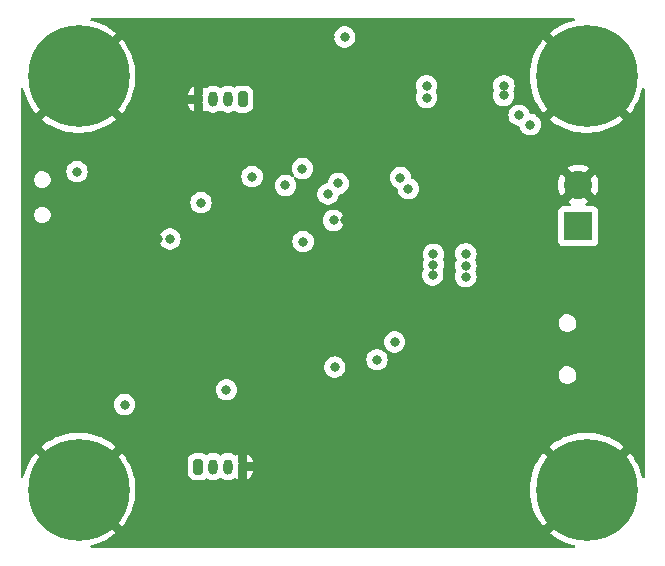
<source format=gbr>
%TF.GenerationSoftware,KiCad,Pcbnew,7.0.7*%
%TF.CreationDate,2023-10-16T17:07:58+03:00*%
%TF.ProjectId,custom_stm_design,63757374-6f6d-45f7-9374-6d5f64657369,rev?*%
%TF.SameCoordinates,Original*%
%TF.FileFunction,Copper,L2,Inr*%
%TF.FilePolarity,Positive*%
%FSLAX46Y46*%
G04 Gerber Fmt 4.6, Leading zero omitted, Abs format (unit mm)*
G04 Created by KiCad (PCBNEW 7.0.7) date 2023-10-16 17:07:58*
%MOMM*%
%LPD*%
G01*
G04 APERTURE LIST*
G04 Aperture macros list*
%AMRoundRect*
0 Rectangle with rounded corners*
0 $1 Rounding radius*
0 $2 $3 $4 $5 $6 $7 $8 $9 X,Y pos of 4 corners*
0 Add a 4 corners polygon primitive as box body*
4,1,4,$2,$3,$4,$5,$6,$7,$8,$9,$2,$3,0*
0 Add four circle primitives for the rounded corners*
1,1,$1+$1,$2,$3*
1,1,$1+$1,$4,$5*
1,1,$1+$1,$6,$7*
1,1,$1+$1,$8,$9*
0 Add four rect primitives between the rounded corners*
20,1,$1+$1,$2,$3,$4,$5,0*
20,1,$1+$1,$4,$5,$6,$7,0*
20,1,$1+$1,$6,$7,$8,$9,0*
20,1,$1+$1,$8,$9,$2,$3,0*%
G04 Aperture macros list end*
%TA.AperFunction,ComponentPad*%
%ADD10C,0.900000*%
%TD*%
%TA.AperFunction,ComponentPad*%
%ADD11C,8.600000*%
%TD*%
%TA.AperFunction,ComponentPad*%
%ADD12RoundRect,0.200000X-0.200000X-0.450000X0.200000X-0.450000X0.200000X0.450000X-0.200000X0.450000X0*%
%TD*%
%TA.AperFunction,ComponentPad*%
%ADD13O,0.800000X1.300000*%
%TD*%
%TA.AperFunction,ComponentPad*%
%ADD14R,2.400000X2.400000*%
%TD*%
%TA.AperFunction,ComponentPad*%
%ADD15C,2.400000*%
%TD*%
%TA.AperFunction,ComponentPad*%
%ADD16RoundRect,0.200000X0.200000X0.450000X-0.200000X0.450000X-0.200000X-0.450000X0.200000X-0.450000X0*%
%TD*%
%TA.AperFunction,ViaPad*%
%ADD17C,0.800000*%
%TD*%
G04 APERTURE END LIST*
D10*
%TO.N,GND*%
%TO.C,H4*%
X81775000Y-106000000D03*
X82719581Y-103719581D03*
X82719581Y-108280419D03*
X85000000Y-102775000D03*
D11*
X85000000Y-106000000D03*
D10*
X85000000Y-109225000D03*
X87280419Y-103719581D03*
X87280419Y-108280419D03*
X88225000Y-106000000D03*
%TD*%
%TO.N,GND*%
%TO.C,H2*%
X124775000Y-106000000D03*
X125719581Y-103719581D03*
X125719581Y-108280419D03*
X128000000Y-102775000D03*
D11*
X128000000Y-106000000D03*
D10*
X128000000Y-109225000D03*
X130280419Y-103719581D03*
X130280419Y-108280419D03*
X131225000Y-106000000D03*
%TD*%
D12*
%TO.N,+3.3V*%
%TO.C,J5*%
X95125000Y-104050000D03*
D13*
%TO.N,USART3_TX*%
X96375000Y-104050000D03*
%TO.N,USART3_RX*%
X97625000Y-104050000D03*
%TO.N,GND*%
X98875000Y-104050000D03*
%TD*%
D10*
%TO.N,GND*%
%TO.C,H1*%
X124775000Y-71000000D03*
X125719581Y-68719581D03*
X125719581Y-73280419D03*
X128000000Y-67775000D03*
D11*
X128000000Y-71000000D03*
D10*
X128000000Y-74225000D03*
X130280419Y-68719581D03*
X130280419Y-73280419D03*
X131225000Y-71000000D03*
%TD*%
%TO.N,GND*%
%TO.C,H3*%
X81775000Y-71000000D03*
X82719581Y-68719581D03*
X82719581Y-73280419D03*
X85000000Y-67775000D03*
D11*
X85000000Y-71000000D03*
D10*
X85000000Y-74225000D03*
X87280419Y-68719581D03*
X87280419Y-73280419D03*
X88225000Y-71000000D03*
%TD*%
D14*
%TO.N,+12V*%
%TO.C,J1*%
X127300000Y-83700000D03*
D15*
%TO.N,GND*%
X127300000Y-80200000D03*
%TD*%
D16*
%TO.N,+3.3V*%
%TO.C,J3*%
X98875000Y-72950000D03*
D13*
%TO.N,I2C1_SCL*%
X97625000Y-72950000D03*
%TO.N,I2C1_SDA*%
X96375000Y-72950000D03*
%TO.N,GND*%
X95125000Y-72950000D03*
%TD*%
D17*
%TO.N,GND*%
X106300000Y-67675000D03*
X105000000Y-67675000D03*
X102450000Y-67675000D03*
%TO.N,+3.3V*%
X107525000Y-67675000D03*
%TO.N,NRST*%
X103937853Y-78812853D03*
%TO.N,+3.3V*%
X92725000Y-84775000D03*
%TO.N,GND*%
X91700000Y-84775000D03*
X97650000Y-81650000D03*
%TO.N,+3.3V*%
X95350000Y-81700000D03*
%TO.N,GND*%
X88900000Y-92000000D03*
X88025000Y-92925000D03*
X107525000Y-83200000D03*
X121225000Y-77900000D03*
X105300000Y-98175000D03*
X109925000Y-84375000D03*
X111875000Y-89000000D03*
X121925000Y-83025000D03*
X121925000Y-82175000D03*
X109850000Y-83250000D03*
X109875000Y-82050000D03*
X107850000Y-79225000D03*
X108550000Y-81900000D03*
X108550000Y-80075000D03*
X107850000Y-78400000D03*
X113050000Y-78575000D03*
X114075000Y-74775000D03*
X116075000Y-73025000D03*
X116050000Y-71975000D03*
X109500000Y-72800000D03*
X109500000Y-71750000D03*
X84850000Y-83500000D03*
X90750000Y-86000000D03*
X88050000Y-89425000D03*
X88925000Y-91100000D03*
X91450000Y-91225000D03*
X95350000Y-95000000D03*
X94425000Y-95000000D03*
X106700000Y-97975000D03*
X122325000Y-91600000D03*
X121375000Y-91625000D03*
X121375000Y-92550000D03*
X122225000Y-92525000D03*
%TO.N,+3.3V*%
X123225000Y-75100000D03*
X112225000Y-79575000D03*
X106975000Y-80075000D03*
X117775000Y-87050000D03*
X117775000Y-87975000D03*
X117775000Y-86025000D03*
X99675000Y-79500000D03*
X114975000Y-87825000D03*
X115025000Y-86950000D03*
X115025000Y-86075000D03*
X106100000Y-80975000D03*
X102500000Y-80250000D03*
X84850000Y-79075000D03*
X114450000Y-72825000D03*
X88875000Y-98800000D03*
X121000000Y-71800000D03*
X97500000Y-97550000D03*
X114450000Y-71800000D03*
X120975000Y-72625000D03*
X106675000Y-95625000D03*
X106575000Y-83200000D03*
X112900000Y-80525000D03*
X122275000Y-74300000D03*
%TO.N,Net-(D2-K)*%
X110250000Y-95000000D03*
X111750000Y-93500000D03*
%TO.N,NRST*%
X104000000Y-85000000D03*
%TD*%
%TA.AperFunction,Conductor*%
%TO.N,GND*%
G36*
X126952544Y-66095185D02*
G01*
X126998299Y-66147989D01*
X127008243Y-66217147D01*
X126979218Y-66280703D01*
X126920440Y-66318477D01*
X126918494Y-66319031D01*
X126515234Y-66430324D01*
X126515209Y-66430332D01*
X126111583Y-66581815D01*
X126111569Y-66581821D01*
X125723146Y-66768876D01*
X125723140Y-66768879D01*
X125353024Y-66990013D01*
X125004242Y-67243419D01*
X124881224Y-67350894D01*
X125742913Y-68212583D01*
X125776398Y-68273906D01*
X125771414Y-68343598D01*
X125729542Y-68399531D01*
X125678018Y-68422152D01*
X125609333Y-68434992D01*
X125609325Y-68434995D01*
X125513972Y-68494036D01*
X125513971Y-68494036D01*
X125446381Y-68583541D01*
X125446378Y-68583545D01*
X125417036Y-68686673D01*
X125379757Y-68745766D01*
X125316447Y-68775323D01*
X125247207Y-68765961D01*
X125210089Y-68740419D01*
X124349122Y-67879452D01*
X124112800Y-68175791D01*
X124112799Y-68175792D01*
X123875294Y-68535600D01*
X123670989Y-68915261D01*
X123670985Y-68915269D01*
X123501545Y-69311695D01*
X123501542Y-69311703D01*
X123368313Y-69721741D01*
X123272378Y-70142061D01*
X123214505Y-70569298D01*
X123214504Y-70569307D01*
X123195162Y-70999996D01*
X123195162Y-71000003D01*
X123214504Y-71430692D01*
X123214505Y-71430701D01*
X123272378Y-71857938D01*
X123368313Y-72278258D01*
X123501542Y-72688296D01*
X123501545Y-72688304D01*
X123670985Y-73084730D01*
X123670989Y-73084738D01*
X123875294Y-73464399D01*
X124112799Y-73824207D01*
X124112800Y-73824208D01*
X124349122Y-74120546D01*
X125212091Y-73257577D01*
X125273414Y-73224092D01*
X125343105Y-73229076D01*
X125399039Y-73270948D01*
X125423243Y-73333815D01*
X125426034Y-73363939D01*
X125476028Y-73464340D01*
X125476029Y-73464341D01*
X125558915Y-73539903D01*
X125663501Y-73580419D01*
X125663505Y-73580419D01*
X125673562Y-73582299D01*
X125735843Y-73613967D01*
X125771117Y-73674279D01*
X125768184Y-73744087D01*
X125738459Y-73791869D01*
X124881224Y-74649104D01*
X124881224Y-74649105D01*
X125004235Y-74756576D01*
X125353024Y-75009986D01*
X125723140Y-75231120D01*
X125723146Y-75231123D01*
X126111569Y-75418178D01*
X126111583Y-75418184D01*
X126515209Y-75569667D01*
X126515234Y-75569675D01*
X126930816Y-75684369D01*
X127355023Y-75761351D01*
X127784435Y-75799999D01*
X127784438Y-75800000D01*
X128215562Y-75800000D01*
X128215564Y-75799999D01*
X128644976Y-75761351D01*
X129069183Y-75684369D01*
X129484765Y-75569675D01*
X129484790Y-75569667D01*
X129888416Y-75418184D01*
X129888430Y-75418178D01*
X130276853Y-75231123D01*
X130276859Y-75231120D01*
X130646975Y-75009986D01*
X130995755Y-74756582D01*
X130995785Y-74756558D01*
X131118774Y-74649105D01*
X131118774Y-74649104D01*
X130257086Y-73787416D01*
X130223601Y-73726093D01*
X130228585Y-73656401D01*
X130270457Y-73600468D01*
X130321979Y-73577847D01*
X130390669Y-73565007D01*
X130486027Y-73505963D01*
X130486028Y-73505963D01*
X130492126Y-73497888D01*
X130553620Y-73416457D01*
X130582962Y-73313328D01*
X130620242Y-73254235D01*
X130683551Y-73224677D01*
X130752791Y-73234039D01*
X130789910Y-73259581D01*
X131650875Y-74120546D01*
X131887199Y-73824208D01*
X131887200Y-73824207D01*
X132124705Y-73464399D01*
X132329010Y-73084738D01*
X132329014Y-73084730D01*
X132498454Y-72688304D01*
X132498457Y-72688296D01*
X132631686Y-72278258D01*
X132679608Y-72068300D01*
X132713717Y-72007321D01*
X132775378Y-71974463D01*
X132845015Y-71980158D01*
X132900519Y-72022598D01*
X132924267Y-72088308D01*
X132924499Y-72095892D01*
X132924499Y-104904111D01*
X132904814Y-104971150D01*
X132852010Y-105016905D01*
X132782852Y-105026849D01*
X132719296Y-104997824D01*
X132681522Y-104939046D01*
X132679608Y-104931703D01*
X132631686Y-104721741D01*
X132498457Y-104311703D01*
X132498454Y-104311695D01*
X132329014Y-103915269D01*
X132329010Y-103915261D01*
X132124705Y-103535600D01*
X131887200Y-103175792D01*
X131887199Y-103175791D01*
X131650876Y-102879452D01*
X130787908Y-103742420D01*
X130726585Y-103775905D01*
X130656893Y-103770921D01*
X130600960Y-103729049D01*
X130576756Y-103666179D01*
X130573965Y-103636060D01*
X130523971Y-103535659D01*
X130523969Y-103535657D01*
X130441085Y-103460097D01*
X130368337Y-103431915D01*
X130336499Y-103419581D01*
X130336496Y-103419580D01*
X130326432Y-103417699D01*
X130264152Y-103386031D01*
X130228880Y-103325718D01*
X130231814Y-103255910D01*
X130261538Y-103208130D01*
X131118774Y-102350894D01*
X131118774Y-102350893D01*
X130995764Y-102243423D01*
X130646975Y-101990013D01*
X130276859Y-101768879D01*
X130276853Y-101768876D01*
X129888430Y-101581821D01*
X129888416Y-101581815D01*
X129484790Y-101430332D01*
X129484765Y-101430324D01*
X129069183Y-101315630D01*
X128644976Y-101238648D01*
X128215564Y-101200000D01*
X127784435Y-101200000D01*
X127355023Y-101238648D01*
X126930816Y-101315630D01*
X126515234Y-101430324D01*
X126515209Y-101430332D01*
X126111583Y-101581815D01*
X126111569Y-101581821D01*
X125723146Y-101768876D01*
X125723140Y-101768879D01*
X125353024Y-101990013D01*
X125004242Y-102243419D01*
X124881224Y-102350894D01*
X125742913Y-103212583D01*
X125776398Y-103273906D01*
X125771414Y-103343598D01*
X125729542Y-103399531D01*
X125678018Y-103422152D01*
X125609333Y-103434992D01*
X125609325Y-103434995D01*
X125513972Y-103494036D01*
X125513971Y-103494036D01*
X125446381Y-103583541D01*
X125446378Y-103583545D01*
X125417036Y-103686673D01*
X125379757Y-103745766D01*
X125316447Y-103775323D01*
X125247207Y-103765961D01*
X125210089Y-103740419D01*
X124349122Y-102879452D01*
X124112800Y-103175791D01*
X124112799Y-103175792D01*
X123875294Y-103535600D01*
X123670989Y-103915261D01*
X123670985Y-103915269D01*
X123501545Y-104311695D01*
X123501542Y-104311703D01*
X123368313Y-104721741D01*
X123272378Y-105142061D01*
X123214505Y-105569298D01*
X123214504Y-105569307D01*
X123195162Y-105999996D01*
X123195162Y-106000003D01*
X123214504Y-106430692D01*
X123214505Y-106430701D01*
X123272378Y-106857938D01*
X123368313Y-107278258D01*
X123501542Y-107688296D01*
X123501545Y-107688304D01*
X123670985Y-108084730D01*
X123670989Y-108084738D01*
X123875294Y-108464399D01*
X124112799Y-108824207D01*
X124112800Y-108824208D01*
X124349122Y-109120546D01*
X125212091Y-108257577D01*
X125273414Y-108224092D01*
X125343105Y-108229076D01*
X125399039Y-108270948D01*
X125423243Y-108333815D01*
X125426034Y-108363939D01*
X125476028Y-108464340D01*
X125476029Y-108464341D01*
X125558915Y-108539903D01*
X125663501Y-108580419D01*
X125663505Y-108580419D01*
X125673562Y-108582299D01*
X125735843Y-108613967D01*
X125771117Y-108674279D01*
X125768184Y-108744087D01*
X125738459Y-108791869D01*
X124881224Y-109649104D01*
X124881224Y-109649105D01*
X125004235Y-109756576D01*
X125353024Y-110009986D01*
X125723140Y-110231120D01*
X125723146Y-110231123D01*
X126111569Y-110418178D01*
X126111583Y-110418184D01*
X126515209Y-110569667D01*
X126515234Y-110569675D01*
X126918494Y-110680969D01*
X126977881Y-110717779D01*
X127007939Y-110780853D01*
X126999125Y-110850164D01*
X126954238Y-110903708D01*
X126887528Y-110924483D01*
X126885505Y-110924500D01*
X86114495Y-110924500D01*
X86047456Y-110904815D01*
X86001701Y-110852011D01*
X85991757Y-110782853D01*
X86020782Y-110719297D01*
X86079560Y-110681523D01*
X86081506Y-110680969D01*
X86484765Y-110569675D01*
X86484790Y-110569667D01*
X86888416Y-110418184D01*
X86888430Y-110418178D01*
X87276853Y-110231123D01*
X87276859Y-110231120D01*
X87646975Y-110009986D01*
X87995755Y-109756582D01*
X87995785Y-109756558D01*
X88118774Y-109649105D01*
X88118774Y-109649104D01*
X87257086Y-108787416D01*
X87223601Y-108726093D01*
X87228585Y-108656401D01*
X87270457Y-108600468D01*
X87321979Y-108577847D01*
X87390669Y-108565007D01*
X87486027Y-108505963D01*
X87486028Y-108505963D01*
X87486029Y-108505962D01*
X87553620Y-108416457D01*
X87582962Y-108313328D01*
X87620242Y-108254235D01*
X87683551Y-108224677D01*
X87752791Y-108234039D01*
X87789910Y-108259581D01*
X88650875Y-109120546D01*
X88887199Y-108824208D01*
X88887200Y-108824207D01*
X89124705Y-108464399D01*
X89329010Y-108084738D01*
X89329014Y-108084730D01*
X89498454Y-107688304D01*
X89498457Y-107688296D01*
X89631686Y-107278258D01*
X89727621Y-106857938D01*
X89785494Y-106430701D01*
X89785495Y-106430692D01*
X89804838Y-106000003D01*
X89804838Y-105999996D01*
X89785495Y-105569307D01*
X89785494Y-105569298D01*
X89727621Y-105142061D01*
X89631686Y-104721741D01*
X89578033Y-104556613D01*
X94224500Y-104556613D01*
X94230913Y-104627192D01*
X94230913Y-104627194D01*
X94230914Y-104627196D01*
X94253743Y-104700459D01*
X94281522Y-104789606D01*
X94369530Y-104935188D01*
X94489811Y-105055469D01*
X94489813Y-105055470D01*
X94489815Y-105055472D01*
X94635394Y-105143478D01*
X94797804Y-105194086D01*
X94868384Y-105200500D01*
X94868387Y-105200500D01*
X95381613Y-105200500D01*
X95381616Y-105200500D01*
X95452196Y-105194086D01*
X95614606Y-105143478D01*
X95756671Y-105057596D01*
X95824222Y-105039761D01*
X95890696Y-105061278D01*
X95893669Y-105063372D01*
X95921670Y-105083715D01*
X95922270Y-105084151D01*
X96095192Y-105161142D01*
X96095197Y-105161144D01*
X96280354Y-105200500D01*
X96280355Y-105200500D01*
X96469644Y-105200500D01*
X96469646Y-105200500D01*
X96654803Y-105161144D01*
X96827730Y-105084151D01*
X96927114Y-105011944D01*
X96992921Y-104988464D01*
X97060975Y-105004289D01*
X97072885Y-105011944D01*
X97172265Y-105084148D01*
X97172270Y-105084151D01*
X97345192Y-105161142D01*
X97345197Y-105161144D01*
X97530354Y-105200500D01*
X97530355Y-105200500D01*
X97719644Y-105200500D01*
X97719646Y-105200500D01*
X97904803Y-105161144D01*
X98077730Y-105084151D01*
X98177541Y-105011634D01*
X98243346Y-104988155D01*
X98311400Y-105003980D01*
X98323311Y-105011635D01*
X98422521Y-105083715D01*
X98499999Y-105118210D01*
X98500000Y-105118210D01*
X98500000Y-104540746D01*
X98506068Y-104502430D01*
X98510674Y-104488256D01*
X98517322Y-104425000D01*
X99250000Y-104425000D01*
X99250000Y-105118210D01*
X99327476Y-105083717D01*
X99480535Y-104972512D01*
X99607127Y-104831918D01*
X99607129Y-104831915D01*
X99701716Y-104668084D01*
X99701721Y-104668072D01*
X99760182Y-104488149D01*
X99766819Y-104425000D01*
X99250000Y-104425000D01*
X98517322Y-104425000D01*
X98525500Y-104347192D01*
X98525500Y-104347187D01*
X98525670Y-104343947D01*
X98527001Y-104344016D01*
X98545185Y-104282092D01*
X98597989Y-104236337D01*
X98667147Y-104226393D01*
X98718388Y-104246028D01*
X98772362Y-104282092D01*
X98777455Y-104285495D01*
X98777459Y-104285496D01*
X98850371Y-104299999D01*
X98850374Y-104300000D01*
X98850376Y-104300000D01*
X98899626Y-104300000D01*
X98899627Y-104299999D01*
X98972545Y-104285495D01*
X99055240Y-104230240D01*
X99110495Y-104147545D01*
X99129898Y-104050000D01*
X99129898Y-104049997D01*
X99110496Y-103952459D01*
X99110495Y-103952458D01*
X99110495Y-103952455D01*
X99055240Y-103869760D01*
X98972545Y-103814505D01*
X98972543Y-103814504D01*
X98972540Y-103814503D01*
X98899627Y-103800000D01*
X98899624Y-103800000D01*
X98850376Y-103800000D01*
X98850373Y-103800000D01*
X98777459Y-103814503D01*
X98777456Y-103814504D01*
X98718390Y-103853971D01*
X98651712Y-103874848D01*
X98584332Y-103856363D01*
X98537643Y-103804384D01*
X98526664Y-103756000D01*
X98525670Y-103756053D01*
X98525500Y-103752812D01*
X98524967Y-103747741D01*
X98510674Y-103611744D01*
X98506069Y-103597571D01*
X98500000Y-103559253D01*
X98500000Y-102981787D01*
X99249999Y-102981787D01*
X99250000Y-103675000D01*
X99766818Y-103675000D01*
X99760182Y-103611850D01*
X99701721Y-103431927D01*
X99701716Y-103431915D01*
X99607129Y-103268084D01*
X99607127Y-103268081D01*
X99480539Y-103127490D01*
X99480536Y-103127488D01*
X99327478Y-103016283D01*
X99249999Y-102981787D01*
X98500000Y-102981787D01*
X98422521Y-103016283D01*
X98323310Y-103088365D01*
X98257504Y-103111845D01*
X98189450Y-103096019D01*
X98177548Y-103088371D01*
X98102928Y-103034157D01*
X98077729Y-103015848D01*
X97904807Y-102938857D01*
X97904802Y-102938855D01*
X97749817Y-102905913D01*
X97719646Y-102899500D01*
X97530354Y-102899500D01*
X97500183Y-102905913D01*
X97345197Y-102938855D01*
X97345192Y-102938857D01*
X97172271Y-103015848D01*
X97072885Y-103088056D01*
X97007078Y-103111535D01*
X96939025Y-103095709D01*
X96927115Y-103088056D01*
X96828327Y-103016283D01*
X96827730Y-103015849D01*
X96827728Y-103015848D01*
X96827729Y-103015848D01*
X96654807Y-102938857D01*
X96654802Y-102938855D01*
X96499817Y-102905913D01*
X96469646Y-102899500D01*
X96280354Y-102899500D01*
X96250183Y-102905913D01*
X96095197Y-102938855D01*
X96095192Y-102938857D01*
X95922271Y-103015848D01*
X95893701Y-103036605D01*
X95827894Y-103060083D01*
X95759840Y-103044256D01*
X95756668Y-103042402D01*
X95614606Y-102956522D01*
X95557916Y-102938857D01*
X95452196Y-102905914D01*
X95452194Y-102905913D01*
X95452192Y-102905913D01*
X95402778Y-102901423D01*
X95381616Y-102899500D01*
X94868384Y-102899500D01*
X94849144Y-102901248D01*
X94797807Y-102905913D01*
X94635393Y-102956522D01*
X94489811Y-103044530D01*
X94369530Y-103164811D01*
X94281522Y-103310393D01*
X94230913Y-103472807D01*
X94224500Y-103543386D01*
X94224500Y-104556613D01*
X89578033Y-104556613D01*
X89498457Y-104311703D01*
X89498454Y-104311695D01*
X89329014Y-103915269D01*
X89329010Y-103915261D01*
X89124705Y-103535600D01*
X88887200Y-103175792D01*
X88887199Y-103175791D01*
X88650876Y-102879452D01*
X87787908Y-103742420D01*
X87726585Y-103775905D01*
X87656893Y-103770921D01*
X87600960Y-103729049D01*
X87576756Y-103666179D01*
X87573965Y-103636060D01*
X87523971Y-103535659D01*
X87523969Y-103535657D01*
X87441085Y-103460097D01*
X87368337Y-103431915D01*
X87336499Y-103419581D01*
X87336496Y-103419580D01*
X87326432Y-103417699D01*
X87264152Y-103386031D01*
X87228880Y-103325718D01*
X87231814Y-103255910D01*
X87261538Y-103208130D01*
X88118774Y-102350894D01*
X88118774Y-102350893D01*
X87995764Y-102243423D01*
X87646975Y-101990013D01*
X87276859Y-101768879D01*
X87276853Y-101768876D01*
X86888430Y-101581821D01*
X86888416Y-101581815D01*
X86484790Y-101430332D01*
X86484765Y-101430324D01*
X86069183Y-101315630D01*
X85644976Y-101238648D01*
X85215564Y-101200000D01*
X84784435Y-101200000D01*
X84355023Y-101238648D01*
X83930816Y-101315630D01*
X83515234Y-101430324D01*
X83515209Y-101430332D01*
X83111583Y-101581815D01*
X83111569Y-101581821D01*
X82723146Y-101768876D01*
X82723140Y-101768879D01*
X82353024Y-101990013D01*
X82004242Y-102243419D01*
X81881224Y-102350894D01*
X82742913Y-103212583D01*
X82776398Y-103273906D01*
X82771414Y-103343598D01*
X82729542Y-103399531D01*
X82678018Y-103422152D01*
X82609333Y-103434992D01*
X82609325Y-103434995D01*
X82513972Y-103494036D01*
X82513971Y-103494036D01*
X82446381Y-103583541D01*
X82446378Y-103583545D01*
X82417036Y-103686673D01*
X82379757Y-103745766D01*
X82316447Y-103775323D01*
X82247207Y-103765961D01*
X82210089Y-103740419D01*
X81349122Y-102879452D01*
X81112800Y-103175791D01*
X81112799Y-103175792D01*
X80875294Y-103535600D01*
X80670989Y-103915261D01*
X80670985Y-103915269D01*
X80501545Y-104311695D01*
X80501542Y-104311703D01*
X80368313Y-104721741D01*
X80320391Y-104931704D01*
X80286282Y-104992683D01*
X80224621Y-105025541D01*
X80154984Y-105019846D01*
X80099480Y-104977406D01*
X80075732Y-104911696D01*
X80075500Y-104904112D01*
X80075500Y-98800000D01*
X87969540Y-98800000D01*
X87989326Y-98988256D01*
X87989327Y-98988259D01*
X88047818Y-99168277D01*
X88047821Y-99168284D01*
X88142467Y-99332216D01*
X88269129Y-99472888D01*
X88422265Y-99584148D01*
X88422270Y-99584151D01*
X88595192Y-99661142D01*
X88595197Y-99661144D01*
X88780354Y-99700500D01*
X88780355Y-99700500D01*
X88969644Y-99700500D01*
X88969646Y-99700500D01*
X89154803Y-99661144D01*
X89327730Y-99584151D01*
X89480871Y-99472888D01*
X89607533Y-99332216D01*
X89702179Y-99168284D01*
X89760674Y-98988256D01*
X89780460Y-98800000D01*
X89760674Y-98611744D01*
X89702179Y-98431716D01*
X89607533Y-98267784D01*
X89480871Y-98127112D01*
X89419077Y-98082216D01*
X89327734Y-98015851D01*
X89327729Y-98015848D01*
X89154807Y-97938857D01*
X89154802Y-97938855D01*
X89009000Y-97907865D01*
X88969646Y-97899500D01*
X88780354Y-97899500D01*
X88747897Y-97906398D01*
X88595197Y-97938855D01*
X88595192Y-97938857D01*
X88422270Y-98015848D01*
X88422265Y-98015851D01*
X88269129Y-98127111D01*
X88142466Y-98267785D01*
X88047821Y-98431715D01*
X88047818Y-98431722D01*
X87989327Y-98611740D01*
X87989326Y-98611744D01*
X87969540Y-98800000D01*
X80075500Y-98800000D01*
X80075500Y-97550000D01*
X96594540Y-97550000D01*
X96614326Y-97738256D01*
X96614327Y-97738259D01*
X96672818Y-97918277D01*
X96672821Y-97918284D01*
X96767467Y-98082216D01*
X96807891Y-98127111D01*
X96894129Y-98222888D01*
X97047265Y-98334148D01*
X97047270Y-98334151D01*
X97220192Y-98411142D01*
X97220197Y-98411144D01*
X97405354Y-98450500D01*
X97405355Y-98450500D01*
X97594644Y-98450500D01*
X97594646Y-98450500D01*
X97779803Y-98411144D01*
X97952730Y-98334151D01*
X98105871Y-98222888D01*
X98232533Y-98082216D01*
X98327179Y-97918284D01*
X98385674Y-97738256D01*
X98405460Y-97550000D01*
X98385674Y-97361744D01*
X98327179Y-97181716D01*
X98232533Y-97017784D01*
X98105871Y-96877112D01*
X98105870Y-96877111D01*
X97952734Y-96765851D01*
X97952729Y-96765848D01*
X97779807Y-96688857D01*
X97779802Y-96688855D01*
X97634001Y-96657865D01*
X97594646Y-96649500D01*
X97405354Y-96649500D01*
X97372897Y-96656398D01*
X97220197Y-96688855D01*
X97220192Y-96688857D01*
X97047270Y-96765848D01*
X97047265Y-96765851D01*
X96894129Y-96877111D01*
X96767466Y-97017785D01*
X96672821Y-97181715D01*
X96672818Y-97181722D01*
X96614327Y-97361740D01*
X96614326Y-97361744D01*
X96594540Y-97550000D01*
X80075500Y-97550000D01*
X80075500Y-95625000D01*
X105769540Y-95625000D01*
X105789326Y-95813256D01*
X105789327Y-95813259D01*
X105847818Y-95993277D01*
X105847821Y-95993284D01*
X105942467Y-96157216D01*
X106069129Y-96297888D01*
X106222265Y-96409148D01*
X106222270Y-96409151D01*
X106395192Y-96486142D01*
X106395197Y-96486144D01*
X106580354Y-96525500D01*
X106580355Y-96525500D01*
X106769644Y-96525500D01*
X106769646Y-96525500D01*
X106954803Y-96486144D01*
X107127730Y-96409151D01*
X107217495Y-96343933D01*
X125620668Y-96343933D01*
X125645745Y-96486144D01*
X125651135Y-96516711D01*
X125720623Y-96677804D01*
X125720624Y-96677806D01*
X125720626Y-96677809D01*
X125786170Y-96765849D01*
X125825390Y-96818530D01*
X125959786Y-96931302D01*
X126037488Y-96970325D01*
X126116562Y-97010038D01*
X126116563Y-97010038D01*
X126116567Y-97010040D01*
X126287279Y-97050500D01*
X126287282Y-97050500D01*
X126418701Y-97050500D01*
X126418709Y-97050500D01*
X126549255Y-97035241D01*
X126714117Y-96975237D01*
X126860696Y-96878830D01*
X126981092Y-96751218D01*
X127068812Y-96599281D01*
X127119130Y-96431210D01*
X127129331Y-96256065D01*
X127098865Y-96083289D01*
X127029377Y-95922196D01*
X126924610Y-95781470D01*
X126852747Y-95721170D01*
X126790214Y-95668698D01*
X126790212Y-95668697D01*
X126633437Y-95589961D01*
X126633433Y-95589960D01*
X126462721Y-95549500D01*
X126331291Y-95549500D01*
X126226854Y-95561707D01*
X126200743Y-95564759D01*
X126200740Y-95564760D01*
X126035884Y-95624762D01*
X126035880Y-95624764D01*
X125889306Y-95721167D01*
X125889305Y-95721168D01*
X125768910Y-95848778D01*
X125681188Y-96000718D01*
X125630870Y-96168789D01*
X125630869Y-96168794D01*
X125620668Y-96343933D01*
X107217495Y-96343933D01*
X107280871Y-96297888D01*
X107407533Y-96157216D01*
X107502179Y-95993284D01*
X107560674Y-95813256D01*
X107580460Y-95625000D01*
X107560674Y-95436744D01*
X107502179Y-95256716D01*
X107407533Y-95092784D01*
X107323990Y-95000000D01*
X109344540Y-95000000D01*
X109364326Y-95188256D01*
X109364327Y-95188259D01*
X109422818Y-95368277D01*
X109422821Y-95368284D01*
X109517467Y-95532216D01*
X109640355Y-95668697D01*
X109644129Y-95672888D01*
X109797265Y-95784148D01*
X109797270Y-95784151D01*
X109970192Y-95861142D01*
X109970197Y-95861144D01*
X110155354Y-95900500D01*
X110155355Y-95900500D01*
X110344644Y-95900500D01*
X110344646Y-95900500D01*
X110529803Y-95861144D01*
X110702730Y-95784151D01*
X110855871Y-95672888D01*
X110982533Y-95532216D01*
X111077179Y-95368284D01*
X111135674Y-95188256D01*
X111155460Y-95000000D01*
X111135674Y-94811744D01*
X111077179Y-94631716D01*
X110982533Y-94467784D01*
X110855871Y-94327112D01*
X110855870Y-94327111D01*
X110702734Y-94215851D01*
X110702729Y-94215848D01*
X110529807Y-94138857D01*
X110529802Y-94138855D01*
X110384000Y-94107865D01*
X110344646Y-94099500D01*
X110155354Y-94099500D01*
X110122897Y-94106398D01*
X109970197Y-94138855D01*
X109970192Y-94138857D01*
X109797270Y-94215848D01*
X109797265Y-94215851D01*
X109644129Y-94327111D01*
X109517466Y-94467785D01*
X109422821Y-94631715D01*
X109422818Y-94631722D01*
X109364327Y-94811740D01*
X109364326Y-94811744D01*
X109344540Y-95000000D01*
X107323990Y-95000000D01*
X107280871Y-94952112D01*
X107280870Y-94952111D01*
X107127734Y-94840851D01*
X107127729Y-94840848D01*
X106954807Y-94763857D01*
X106954802Y-94763855D01*
X106809000Y-94732865D01*
X106769646Y-94724500D01*
X106580354Y-94724500D01*
X106547897Y-94731398D01*
X106395197Y-94763855D01*
X106395192Y-94763857D01*
X106222270Y-94840848D01*
X106222265Y-94840851D01*
X106069129Y-94952111D01*
X105942466Y-95092785D01*
X105847821Y-95256715D01*
X105847818Y-95256722D01*
X105811572Y-95368277D01*
X105789326Y-95436744D01*
X105769540Y-95625000D01*
X80075500Y-95625000D01*
X80075500Y-93500000D01*
X110844540Y-93500000D01*
X110864326Y-93688256D01*
X110864327Y-93688259D01*
X110922818Y-93868277D01*
X110922821Y-93868284D01*
X111017467Y-94032216D01*
X111113487Y-94138857D01*
X111144129Y-94172888D01*
X111297265Y-94284148D01*
X111297270Y-94284151D01*
X111470192Y-94361142D01*
X111470197Y-94361144D01*
X111655354Y-94400500D01*
X111655355Y-94400500D01*
X111844644Y-94400500D01*
X111844646Y-94400500D01*
X112029803Y-94361144D01*
X112202730Y-94284151D01*
X112355871Y-94172888D01*
X112482533Y-94032216D01*
X112577179Y-93868284D01*
X112635674Y-93688256D01*
X112655460Y-93500000D01*
X112635674Y-93311744D01*
X112577179Y-93131716D01*
X112482533Y-92967784D01*
X112355871Y-92827112D01*
X112355870Y-92827111D01*
X112202734Y-92715851D01*
X112202729Y-92715848D01*
X112029807Y-92638857D01*
X112029802Y-92638855D01*
X111884001Y-92607865D01*
X111844646Y-92599500D01*
X111655354Y-92599500D01*
X111622897Y-92606398D01*
X111470197Y-92638855D01*
X111470192Y-92638857D01*
X111297270Y-92715848D01*
X111297265Y-92715851D01*
X111144129Y-92827111D01*
X111017466Y-92967785D01*
X110922821Y-93131715D01*
X110922818Y-93131722D01*
X110864327Y-93311740D01*
X110864326Y-93311744D01*
X110844540Y-93500000D01*
X80075500Y-93500000D01*
X80075500Y-91943933D01*
X125620668Y-91943933D01*
X125636058Y-92031210D01*
X125651135Y-92116711D01*
X125720623Y-92277804D01*
X125720624Y-92277806D01*
X125720626Y-92277809D01*
X125775278Y-92351218D01*
X125825390Y-92418530D01*
X125959786Y-92531302D01*
X126037488Y-92570325D01*
X126116562Y-92610038D01*
X126116563Y-92610038D01*
X126116567Y-92610040D01*
X126287279Y-92650500D01*
X126287282Y-92650500D01*
X126418701Y-92650500D01*
X126418709Y-92650500D01*
X126549255Y-92635241D01*
X126714117Y-92575237D01*
X126860696Y-92478830D01*
X126981092Y-92351218D01*
X127068812Y-92199281D01*
X127119130Y-92031210D01*
X127129331Y-91856065D01*
X127098865Y-91683289D01*
X127029377Y-91522196D01*
X126924610Y-91381470D01*
X126852747Y-91321170D01*
X126790214Y-91268698D01*
X126790212Y-91268697D01*
X126633437Y-91189961D01*
X126633433Y-91189960D01*
X126462721Y-91149500D01*
X126331291Y-91149500D01*
X126226854Y-91161707D01*
X126200743Y-91164759D01*
X126200740Y-91164760D01*
X126035884Y-91224762D01*
X126035880Y-91224764D01*
X125889306Y-91321167D01*
X125889305Y-91321168D01*
X125768910Y-91448778D01*
X125681188Y-91600718D01*
X125630870Y-91768789D01*
X125630869Y-91768794D01*
X125620668Y-91943933D01*
X80075500Y-91943933D01*
X80075500Y-87825000D01*
X114069540Y-87825000D01*
X114089326Y-88013256D01*
X114089327Y-88013259D01*
X114147818Y-88193277D01*
X114147821Y-88193284D01*
X114242467Y-88357216D01*
X114369128Y-88497888D01*
X114369129Y-88497888D01*
X114522265Y-88609148D01*
X114522270Y-88609151D01*
X114695192Y-88686142D01*
X114695197Y-88686144D01*
X114880354Y-88725500D01*
X114880355Y-88725500D01*
X115069644Y-88725500D01*
X115069646Y-88725500D01*
X115254803Y-88686144D01*
X115427730Y-88609151D01*
X115580871Y-88497888D01*
X115707533Y-88357216D01*
X115802179Y-88193284D01*
X115860674Y-88013256D01*
X115864695Y-87975000D01*
X116869540Y-87975000D01*
X116889326Y-88163256D01*
X116889327Y-88163259D01*
X116947818Y-88343277D01*
X116947821Y-88343284D01*
X117042467Y-88507216D01*
X117134247Y-88609148D01*
X117169129Y-88647888D01*
X117322265Y-88759148D01*
X117322270Y-88759151D01*
X117495192Y-88836142D01*
X117495197Y-88836144D01*
X117680354Y-88875500D01*
X117680355Y-88875500D01*
X117869644Y-88875500D01*
X117869646Y-88875500D01*
X118054803Y-88836144D01*
X118227730Y-88759151D01*
X118380871Y-88647888D01*
X118507533Y-88507216D01*
X118602179Y-88343284D01*
X118660674Y-88163256D01*
X118680460Y-87975000D01*
X118660674Y-87786744D01*
X118602179Y-87606716D01*
X118583577Y-87574497D01*
X118567105Y-87506599D01*
X118583578Y-87450501D01*
X118602179Y-87418284D01*
X118660674Y-87238256D01*
X118680460Y-87050000D01*
X118660674Y-86861744D01*
X118602179Y-86681716D01*
X118554710Y-86599498D01*
X118538238Y-86531600D01*
X118554711Y-86475501D01*
X118602179Y-86393284D01*
X118660674Y-86213256D01*
X118680460Y-86025000D01*
X118660674Y-85836744D01*
X118602179Y-85656716D01*
X118507533Y-85492784D01*
X118380871Y-85352112D01*
X118380870Y-85352111D01*
X118227734Y-85240851D01*
X118227729Y-85240848D01*
X118054807Y-85163857D01*
X118054802Y-85163855D01*
X117909000Y-85132865D01*
X117869646Y-85124500D01*
X117680354Y-85124500D01*
X117647897Y-85131398D01*
X117495197Y-85163855D01*
X117495192Y-85163857D01*
X117322270Y-85240848D01*
X117322265Y-85240851D01*
X117169129Y-85352111D01*
X117042466Y-85492785D01*
X116947821Y-85656715D01*
X116947818Y-85656722D01*
X116889327Y-85836740D01*
X116889326Y-85836744D01*
X116869540Y-86025000D01*
X116889326Y-86213256D01*
X116889327Y-86213259D01*
X116947820Y-86393283D01*
X116995288Y-86475501D01*
X117011760Y-86543401D01*
X116995288Y-86599499D01*
X116947820Y-86681716D01*
X116889327Y-86861740D01*
X116889326Y-86861744D01*
X116869540Y-87050000D01*
X116889326Y-87238256D01*
X116889327Y-87238259D01*
X116947821Y-87418286D01*
X116947822Y-87418288D01*
X116966420Y-87450501D01*
X116982893Y-87518401D01*
X116966420Y-87574499D01*
X116947822Y-87606711D01*
X116947821Y-87606713D01*
X116889327Y-87786740D01*
X116889326Y-87786744D01*
X116869540Y-87975000D01*
X115864695Y-87975000D01*
X115880460Y-87825000D01*
X115860674Y-87636744D01*
X115808463Y-87476056D01*
X115806468Y-87406215D01*
X115819003Y-87375745D01*
X115852179Y-87318284D01*
X115910674Y-87138256D01*
X115930460Y-86950000D01*
X115910674Y-86761744D01*
X115852179Y-86581716D01*
X115848013Y-86574501D01*
X115831539Y-86506604D01*
X115848013Y-86450498D01*
X115852179Y-86443284D01*
X115910674Y-86263256D01*
X115930460Y-86075000D01*
X115910674Y-85886744D01*
X115852179Y-85706716D01*
X115757533Y-85542784D01*
X115630871Y-85402112D01*
X115630870Y-85402111D01*
X115477734Y-85290851D01*
X115477729Y-85290848D01*
X115304807Y-85213857D01*
X115304802Y-85213855D01*
X115159001Y-85182865D01*
X115119646Y-85174500D01*
X114930354Y-85174500D01*
X114897897Y-85181398D01*
X114745197Y-85213855D01*
X114745192Y-85213857D01*
X114572270Y-85290848D01*
X114572265Y-85290851D01*
X114419129Y-85402111D01*
X114292466Y-85542785D01*
X114197821Y-85706715D01*
X114197818Y-85706722D01*
X114147644Y-85861144D01*
X114139326Y-85886744D01*
X114119540Y-86075000D01*
X114139326Y-86263256D01*
X114139327Y-86263259D01*
X114197821Y-86443285D01*
X114201988Y-86450503D01*
X114218458Y-86518404D01*
X114201990Y-86574493D01*
X114197822Y-86581713D01*
X114197821Y-86581714D01*
X114139327Y-86761740D01*
X114139326Y-86761744D01*
X114119540Y-86950000D01*
X114139326Y-87138256D01*
X114139327Y-87138259D01*
X114191536Y-87298941D01*
X114193531Y-87368782D01*
X114180993Y-87399257D01*
X114147821Y-87456713D01*
X114147820Y-87456717D01*
X114089327Y-87636740D01*
X114089326Y-87636744D01*
X114069540Y-87825000D01*
X80075500Y-87825000D01*
X80075500Y-84775000D01*
X91819540Y-84775000D01*
X91839326Y-84963256D01*
X91839327Y-84963259D01*
X91897818Y-85143277D01*
X91897821Y-85143284D01*
X91992467Y-85307216D01*
X92025404Y-85343796D01*
X92119129Y-85447888D01*
X92272265Y-85559148D01*
X92272270Y-85559151D01*
X92445192Y-85636142D01*
X92445197Y-85636144D01*
X92630354Y-85675500D01*
X92630355Y-85675500D01*
X92819644Y-85675500D01*
X92819646Y-85675500D01*
X93004803Y-85636144D01*
X93177730Y-85559151D01*
X93330871Y-85447888D01*
X93457533Y-85307216D01*
X93552179Y-85143284D01*
X93598735Y-85000000D01*
X103094540Y-85000000D01*
X103114326Y-85188256D01*
X103114327Y-85188259D01*
X103172818Y-85368277D01*
X103172821Y-85368284D01*
X103267467Y-85532216D01*
X103379567Y-85656715D01*
X103394129Y-85672888D01*
X103547265Y-85784148D01*
X103547270Y-85784151D01*
X103720192Y-85861142D01*
X103720197Y-85861144D01*
X103905354Y-85900500D01*
X103905355Y-85900500D01*
X104094644Y-85900500D01*
X104094646Y-85900500D01*
X104279803Y-85861144D01*
X104452730Y-85784151D01*
X104605871Y-85672888D01*
X104732533Y-85532216D01*
X104827179Y-85368284D01*
X104885674Y-85188256D01*
X104905460Y-85000000D01*
X104885674Y-84811744D01*
X104827179Y-84631716D01*
X104732533Y-84467784D01*
X104605871Y-84327112D01*
X104605870Y-84327111D01*
X104452734Y-84215851D01*
X104452729Y-84215848D01*
X104279807Y-84138857D01*
X104279802Y-84138855D01*
X104134000Y-84107865D01*
X104094646Y-84099500D01*
X103905354Y-84099500D01*
X103872897Y-84106398D01*
X103720197Y-84138855D01*
X103720192Y-84138857D01*
X103547270Y-84215848D01*
X103547265Y-84215851D01*
X103394129Y-84327111D01*
X103267466Y-84467785D01*
X103172821Y-84631715D01*
X103172818Y-84631722D01*
X103114327Y-84811740D01*
X103114326Y-84811744D01*
X103094540Y-85000000D01*
X93598735Y-85000000D01*
X93610674Y-84963256D01*
X93630460Y-84775000D01*
X93610674Y-84586744D01*
X93552179Y-84406716D01*
X93457533Y-84242784D01*
X93330871Y-84102112D01*
X93330870Y-84102111D01*
X93177734Y-83990851D01*
X93177729Y-83990848D01*
X93004807Y-83913857D01*
X93004802Y-83913855D01*
X92859001Y-83882865D01*
X92819646Y-83874500D01*
X92630354Y-83874500D01*
X92597897Y-83881398D01*
X92445197Y-83913855D01*
X92445192Y-83913857D01*
X92272270Y-83990848D01*
X92272265Y-83990851D01*
X92119129Y-84102111D01*
X91992466Y-84242785D01*
X91897821Y-84406715D01*
X91897818Y-84406722D01*
X91877978Y-84467785D01*
X91839326Y-84586744D01*
X91819540Y-84775000D01*
X80075500Y-84775000D01*
X80075500Y-82835055D01*
X81219500Y-82835055D01*
X81260210Y-83000226D01*
X81339263Y-83150849D01*
X81339266Y-83150852D01*
X81452071Y-83278183D01*
X81542318Y-83340476D01*
X81592068Y-83374817D01*
X81592069Y-83374817D01*
X81592070Y-83374818D01*
X81751128Y-83435140D01*
X81827028Y-83444356D01*
X81877626Y-83450500D01*
X81877628Y-83450500D01*
X81962374Y-83450500D01*
X82004538Y-83445380D01*
X82088872Y-83435140D01*
X82247930Y-83374818D01*
X82387929Y-83278183D01*
X82457193Y-83200000D01*
X105669540Y-83200000D01*
X105689326Y-83388256D01*
X105689327Y-83388259D01*
X105747818Y-83568277D01*
X105747821Y-83568284D01*
X105842467Y-83732216D01*
X105969129Y-83872887D01*
X105969129Y-83872888D01*
X106122265Y-83984148D01*
X106122270Y-83984151D01*
X106295192Y-84061142D01*
X106295197Y-84061144D01*
X106480354Y-84100500D01*
X106480355Y-84100500D01*
X106669644Y-84100500D01*
X106669646Y-84100500D01*
X106854803Y-84061144D01*
X107027730Y-83984151D01*
X107180871Y-83872888D01*
X107307533Y-83732216D01*
X107402179Y-83568284D01*
X107460674Y-83388256D01*
X107480460Y-83200000D01*
X107460674Y-83011744D01*
X107402179Y-82831716D01*
X107307533Y-82667784D01*
X107180871Y-82527112D01*
X107143245Y-82499775D01*
X107027734Y-82415851D01*
X107027729Y-82415848D01*
X106854807Y-82338857D01*
X106854802Y-82338855D01*
X106709001Y-82307865D01*
X106669646Y-82299500D01*
X106480354Y-82299500D01*
X106447897Y-82306398D01*
X106295197Y-82338855D01*
X106295192Y-82338857D01*
X106122270Y-82415848D01*
X106122265Y-82415851D01*
X105969129Y-82527111D01*
X105842466Y-82667785D01*
X105747821Y-82831715D01*
X105747818Y-82831722D01*
X105693068Y-83000226D01*
X105689326Y-83011744D01*
X105669540Y-83200000D01*
X82457193Y-83200000D01*
X82500734Y-83150852D01*
X82579790Y-83000225D01*
X82620500Y-82835056D01*
X82620500Y-82664944D01*
X82579790Y-82499775D01*
X82571588Y-82484148D01*
X82500736Y-82349150D01*
X82456750Y-82299500D01*
X82387929Y-82221817D01*
X82338177Y-82187475D01*
X82247931Y-82125182D01*
X82088874Y-82064860D01*
X82088868Y-82064859D01*
X81962374Y-82049500D01*
X81962372Y-82049500D01*
X81877628Y-82049500D01*
X81877626Y-82049500D01*
X81751131Y-82064859D01*
X81751125Y-82064860D01*
X81592068Y-82125182D01*
X81452072Y-82221816D01*
X81339263Y-82349150D01*
X81260210Y-82499773D01*
X81219500Y-82664944D01*
X81219500Y-82835055D01*
X80075500Y-82835055D01*
X80075500Y-81700000D01*
X94444540Y-81700000D01*
X94464326Y-81888256D01*
X94464327Y-81888259D01*
X94522818Y-82068277D01*
X94522821Y-82068284D01*
X94617467Y-82232216D01*
X94713487Y-82338857D01*
X94744129Y-82372888D01*
X94897265Y-82484148D01*
X94897270Y-82484151D01*
X95070192Y-82561142D01*
X95070197Y-82561144D01*
X95255354Y-82600500D01*
X95255355Y-82600500D01*
X95444644Y-82600500D01*
X95444646Y-82600500D01*
X95629803Y-82561144D01*
X95802730Y-82484151D01*
X95955871Y-82372888D01*
X96082533Y-82232216D01*
X96177179Y-82068284D01*
X96235674Y-81888256D01*
X96255460Y-81700000D01*
X96235674Y-81511744D01*
X96177179Y-81331716D01*
X96082533Y-81167784D01*
X95955871Y-81027112D01*
X95955870Y-81027111D01*
X95802734Y-80915851D01*
X95802729Y-80915848D01*
X95629807Y-80838857D01*
X95629802Y-80838855D01*
X95484000Y-80807865D01*
X95444646Y-80799500D01*
X95255354Y-80799500D01*
X95222897Y-80806398D01*
X95070197Y-80838855D01*
X95070192Y-80838857D01*
X94897270Y-80915848D01*
X94897265Y-80915851D01*
X94744129Y-81027111D01*
X94617466Y-81167785D01*
X94522821Y-81331715D01*
X94522818Y-81331722D01*
X94465798Y-81507214D01*
X94464326Y-81511744D01*
X94444540Y-81700000D01*
X80075500Y-81700000D01*
X80075500Y-79835055D01*
X81219500Y-79835055D01*
X81260210Y-80000226D01*
X81339263Y-80150849D01*
X81339266Y-80150852D01*
X81452071Y-80278183D01*
X81536905Y-80336740D01*
X81592068Y-80374817D01*
X81592069Y-80374817D01*
X81592070Y-80374818D01*
X81751128Y-80435140D01*
X81827028Y-80444356D01*
X81877626Y-80450500D01*
X81877628Y-80450500D01*
X81962374Y-80450500D01*
X82004538Y-80445380D01*
X82088872Y-80435140D01*
X82247930Y-80374818D01*
X82387929Y-80278183D01*
X82500734Y-80150852D01*
X82579790Y-80000225D01*
X82620500Y-79835056D01*
X82620500Y-79664944D01*
X82579790Y-79499775D01*
X82561984Y-79465848D01*
X82500736Y-79349150D01*
X82467597Y-79311744D01*
X82387929Y-79221817D01*
X82319379Y-79174500D01*
X82247931Y-79125182D01*
X82115611Y-79075000D01*
X83944540Y-79075000D01*
X83964326Y-79263256D01*
X83964327Y-79263259D01*
X84022818Y-79443277D01*
X84022821Y-79443284D01*
X84117467Y-79607216D01*
X84217023Y-79717784D01*
X84244129Y-79747888D01*
X84397265Y-79859148D01*
X84397270Y-79859151D01*
X84570192Y-79936142D01*
X84570197Y-79936144D01*
X84755354Y-79975500D01*
X84755355Y-79975500D01*
X84944644Y-79975500D01*
X84944646Y-79975500D01*
X85129803Y-79936144D01*
X85302730Y-79859151D01*
X85455871Y-79747888D01*
X85582533Y-79607216D01*
X85644434Y-79500000D01*
X98769540Y-79500000D01*
X98789326Y-79688256D01*
X98789327Y-79688259D01*
X98847818Y-79868277D01*
X98847821Y-79868284D01*
X98942467Y-80032216D01*
X99015977Y-80113857D01*
X99069129Y-80172888D01*
X99222265Y-80284148D01*
X99222270Y-80284151D01*
X99395192Y-80361142D01*
X99395197Y-80361144D01*
X99580354Y-80400500D01*
X99580355Y-80400500D01*
X99769644Y-80400500D01*
X99769646Y-80400500D01*
X99954803Y-80361144D01*
X100127730Y-80284151D01*
X100174735Y-80250000D01*
X101594540Y-80250000D01*
X101614326Y-80438256D01*
X101614327Y-80438259D01*
X101672818Y-80618277D01*
X101672821Y-80618284D01*
X101767467Y-80782216D01*
X101887790Y-80915848D01*
X101894129Y-80922888D01*
X102047265Y-81034148D01*
X102047270Y-81034151D01*
X102220192Y-81111142D01*
X102220197Y-81111144D01*
X102405354Y-81150500D01*
X102405355Y-81150500D01*
X102594644Y-81150500D01*
X102594646Y-81150500D01*
X102779803Y-81111144D01*
X102952730Y-81034151D01*
X103034145Y-80975000D01*
X105194540Y-80975000D01*
X105214326Y-81163256D01*
X105214327Y-81163259D01*
X105272818Y-81343277D01*
X105272821Y-81343284D01*
X105367467Y-81507216D01*
X105485588Y-81638402D01*
X105494129Y-81647888D01*
X105647265Y-81759148D01*
X105647270Y-81759151D01*
X105820192Y-81836142D01*
X105820197Y-81836144D01*
X106005354Y-81875500D01*
X106005355Y-81875500D01*
X106194644Y-81875500D01*
X106194646Y-81875500D01*
X106379803Y-81836144D01*
X106552730Y-81759151D01*
X106705871Y-81647888D01*
X106832533Y-81507216D01*
X106927179Y-81343284D01*
X106985674Y-81163256D01*
X106994522Y-81079063D01*
X107021106Y-81014450D01*
X107078402Y-80974465D01*
X107092060Y-80970735D01*
X107254803Y-80936144D01*
X107427730Y-80859151D01*
X107580871Y-80747888D01*
X107707533Y-80607216D01*
X107802179Y-80443284D01*
X107860674Y-80263256D01*
X107880460Y-80075000D01*
X107860674Y-79886744D01*
X107802179Y-79706716D01*
X107726133Y-79575000D01*
X111319540Y-79575000D01*
X111339326Y-79763256D01*
X111339327Y-79763259D01*
X111397818Y-79943277D01*
X111397821Y-79943284D01*
X111492467Y-80107216D01*
X111576014Y-80200004D01*
X111619129Y-80247888D01*
X111772265Y-80359148D01*
X111772270Y-80359151D01*
X111921763Y-80425711D01*
X111975000Y-80470961D01*
X111994648Y-80526028D01*
X112014326Y-80713256D01*
X112014327Y-80713259D01*
X112072818Y-80893277D01*
X112072821Y-80893284D01*
X112167467Y-81057216D01*
X112262946Y-81163256D01*
X112294129Y-81197888D01*
X112447265Y-81309148D01*
X112447270Y-81309151D01*
X112620192Y-81386142D01*
X112620197Y-81386144D01*
X112805354Y-81425500D01*
X112805355Y-81425500D01*
X112994644Y-81425500D01*
X112994646Y-81425500D01*
X113179803Y-81386144D01*
X113352730Y-81309151D01*
X113505871Y-81197888D01*
X113632533Y-81057216D01*
X113727179Y-80893284D01*
X113785674Y-80713256D01*
X113805460Y-80525000D01*
X113785674Y-80336744D01*
X113741244Y-80200004D01*
X125595233Y-80200004D01*
X125614273Y-80454079D01*
X125670968Y-80702477D01*
X125670973Y-80702494D01*
X125764058Y-80939671D01*
X125861399Y-81108270D01*
X126554225Y-80415443D01*
X126615548Y-80381958D01*
X126685239Y-80386942D01*
X126741173Y-80428813D01*
X126756467Y-80455670D01*
X126775902Y-80502590D01*
X126793098Y-80525000D01*
X126872075Y-80627925D01*
X126997412Y-80724099D01*
X127044327Y-80743531D01*
X127098729Y-80787371D01*
X127120795Y-80853665D01*
X127103517Y-80921364D01*
X127084555Y-80945773D01*
X126391926Y-81638402D01*
X126447616Y-81676371D01*
X126447621Y-81676374D01*
X126629123Y-81763780D01*
X126680983Y-81810602D01*
X126699296Y-81878029D01*
X126678249Y-81944653D01*
X126624522Y-81989321D01*
X126575322Y-81999500D01*
X126052129Y-81999500D01*
X126052123Y-81999501D01*
X125992516Y-82005908D01*
X125857671Y-82056202D01*
X125857664Y-82056206D01*
X125742455Y-82142452D01*
X125742452Y-82142455D01*
X125656206Y-82257664D01*
X125656202Y-82257671D01*
X125605908Y-82392517D01*
X125603400Y-82415849D01*
X125599501Y-82452123D01*
X125599500Y-82452135D01*
X125599500Y-84947870D01*
X125599501Y-84947876D01*
X125605908Y-85007483D01*
X125656202Y-85142328D01*
X125656206Y-85142335D01*
X125742452Y-85257544D01*
X125742455Y-85257547D01*
X125857664Y-85343793D01*
X125857671Y-85343797D01*
X125992517Y-85394091D01*
X125992516Y-85394091D01*
X125999444Y-85394835D01*
X126052127Y-85400500D01*
X128547872Y-85400499D01*
X128607483Y-85394091D01*
X128742331Y-85343796D01*
X128857546Y-85257546D01*
X128943796Y-85142331D01*
X128994091Y-85007483D01*
X129000500Y-84947873D01*
X129000499Y-82452128D01*
X128994091Y-82392517D01*
X128977916Y-82349150D01*
X128943797Y-82257671D01*
X128943793Y-82257664D01*
X128857547Y-82142455D01*
X128857544Y-82142452D01*
X128742335Y-82056206D01*
X128742328Y-82056202D01*
X128607482Y-82005908D01*
X128607483Y-82005908D01*
X128547883Y-81999501D01*
X128547881Y-81999500D01*
X128547873Y-81999500D01*
X128547865Y-81999500D01*
X128024679Y-81999500D01*
X127957640Y-81979815D01*
X127911885Y-81927011D01*
X127901941Y-81857853D01*
X127930966Y-81794297D01*
X127970878Y-81763780D01*
X128152381Y-81676373D01*
X128208073Y-81638402D01*
X127515444Y-80945773D01*
X127481959Y-80884450D01*
X127486943Y-80814758D01*
X127528815Y-80758825D01*
X127555665Y-80743534D01*
X127602588Y-80724099D01*
X127727925Y-80627925D01*
X127824099Y-80502589D01*
X127843531Y-80455673D01*
X127887372Y-80401269D01*
X127953666Y-80379204D01*
X128021366Y-80396483D01*
X128045774Y-80415444D01*
X128738599Y-81108270D01*
X128738600Y-81108270D01*
X128835941Y-80939671D01*
X128929026Y-80702494D01*
X128929031Y-80702477D01*
X128985726Y-80454079D01*
X129004767Y-80200004D01*
X129004767Y-80199995D01*
X128985726Y-79945920D01*
X128929031Y-79697522D01*
X128929026Y-79697505D01*
X128835941Y-79460328D01*
X128835942Y-79460328D01*
X128738599Y-79291728D01*
X128045773Y-79984555D01*
X127984450Y-80018040D01*
X127914758Y-80013056D01*
X127858825Y-79971184D01*
X127843532Y-79944328D01*
X127824099Y-79897412D01*
X127727925Y-79772075D01*
X127630743Y-79697505D01*
X127602590Y-79675902D01*
X127602585Y-79675900D01*
X127555670Y-79656467D01*
X127501267Y-79612625D01*
X127479203Y-79546331D01*
X127496483Y-79478632D01*
X127515443Y-79454225D01*
X128208073Y-78761596D01*
X128152384Y-78723628D01*
X128152376Y-78723623D01*
X127922823Y-78613078D01*
X127922825Y-78613078D01*
X127679347Y-78537975D01*
X127679341Y-78537973D01*
X127427404Y-78500000D01*
X127172595Y-78500000D01*
X126920658Y-78537973D01*
X126920652Y-78537975D01*
X126677178Y-78613077D01*
X126447618Y-78723627D01*
X126447612Y-78723630D01*
X126391926Y-78761596D01*
X127084556Y-79454226D01*
X127118041Y-79515549D01*
X127113057Y-79585241D01*
X127071185Y-79641174D01*
X127044327Y-79656468D01*
X126997412Y-79675900D01*
X126872076Y-79772073D01*
X126775898Y-79897414D01*
X126756466Y-79944328D01*
X126712625Y-79998731D01*
X126646330Y-80020795D01*
X126578631Y-80003515D01*
X126554225Y-79984555D01*
X125861399Y-79291729D01*
X125764058Y-79460328D01*
X125670973Y-79697505D01*
X125670968Y-79697522D01*
X125614273Y-79945920D01*
X125595233Y-80199995D01*
X125595233Y-80200004D01*
X113741244Y-80200004D01*
X113727179Y-80156716D01*
X113632533Y-79992784D01*
X113505871Y-79852112D01*
X113505870Y-79852111D01*
X113352734Y-79740851D01*
X113352732Y-79740850D01*
X113203235Y-79674288D01*
X113149999Y-79629037D01*
X113130352Y-79573972D01*
X113110674Y-79386744D01*
X113052179Y-79206716D01*
X112957533Y-79042784D01*
X112830871Y-78902112D01*
X112809719Y-78886744D01*
X112677734Y-78790851D01*
X112677729Y-78790848D01*
X112504807Y-78713857D01*
X112504802Y-78713855D01*
X112359001Y-78682865D01*
X112319646Y-78674500D01*
X112130354Y-78674500D01*
X112097897Y-78681398D01*
X111945197Y-78713855D01*
X111945192Y-78713857D01*
X111772270Y-78790848D01*
X111772265Y-78790851D01*
X111619129Y-78902111D01*
X111492466Y-79042785D01*
X111397821Y-79206715D01*
X111397818Y-79206722D01*
X111351541Y-79349150D01*
X111339326Y-79386744D01*
X111319540Y-79575000D01*
X107726133Y-79575000D01*
X107707533Y-79542784D01*
X107580871Y-79402112D01*
X107562626Y-79388856D01*
X107427734Y-79290851D01*
X107427729Y-79290848D01*
X107254807Y-79213857D01*
X107254802Y-79213855D01*
X107100838Y-79181130D01*
X107069646Y-79174500D01*
X106880354Y-79174500D01*
X106849162Y-79181130D01*
X106695197Y-79213855D01*
X106695192Y-79213857D01*
X106522270Y-79290848D01*
X106522265Y-79290851D01*
X106369129Y-79402111D01*
X106242466Y-79542785D01*
X106147821Y-79706715D01*
X106147818Y-79706722D01*
X106089325Y-79886745D01*
X106080477Y-79970935D01*
X106053893Y-80035550D01*
X105996595Y-80075535D01*
X105982937Y-80079264D01*
X105820197Y-80113855D01*
X105820192Y-80113857D01*
X105647270Y-80190848D01*
X105647265Y-80190851D01*
X105494129Y-80302111D01*
X105367466Y-80442785D01*
X105272821Y-80606715D01*
X105272818Y-80606722D01*
X105228367Y-80743530D01*
X105214326Y-80786744D01*
X105194540Y-80975000D01*
X103034145Y-80975000D01*
X103105871Y-80922888D01*
X103232533Y-80782216D01*
X103327179Y-80618284D01*
X103385674Y-80438256D01*
X103405460Y-80250000D01*
X103385674Y-80061744D01*
X103327179Y-79881716D01*
X103232533Y-79717784D01*
X103229664Y-79714598D01*
X103199434Y-79651609D01*
X103208057Y-79582273D01*
X103252797Y-79528607D01*
X103319449Y-79507648D01*
X103386852Y-79526050D01*
X103394698Y-79531307D01*
X103485118Y-79597001D01*
X103485123Y-79597004D01*
X103658045Y-79673995D01*
X103658050Y-79673997D01*
X103843207Y-79713353D01*
X103843208Y-79713353D01*
X104032497Y-79713353D01*
X104032499Y-79713353D01*
X104217656Y-79673997D01*
X104390583Y-79597004D01*
X104543724Y-79485741D01*
X104670386Y-79345069D01*
X104765032Y-79181137D01*
X104823527Y-79001109D01*
X104843313Y-78812853D01*
X104823527Y-78624597D01*
X104765032Y-78444569D01*
X104670386Y-78280637D01*
X104543724Y-78139965D01*
X104543723Y-78139964D01*
X104390587Y-78028704D01*
X104390582Y-78028701D01*
X104217660Y-77951710D01*
X104217655Y-77951708D01*
X104071854Y-77920718D01*
X104032499Y-77912353D01*
X103843207Y-77912353D01*
X103810750Y-77919251D01*
X103658050Y-77951708D01*
X103658045Y-77951710D01*
X103485123Y-78028701D01*
X103485118Y-78028704D01*
X103331982Y-78139964D01*
X103205319Y-78280638D01*
X103110674Y-78444568D01*
X103110671Y-78444575D01*
X103052180Y-78624593D01*
X103052179Y-78624597D01*
X103032393Y-78812853D01*
X103052179Y-79001109D01*
X103052180Y-79001112D01*
X103110671Y-79181130D01*
X103110674Y-79181137D01*
X103205319Y-79345068D01*
X103208187Y-79348253D01*
X103238418Y-79411244D01*
X103229795Y-79480580D01*
X103185054Y-79534246D01*
X103118402Y-79555204D01*
X103051000Y-79536801D01*
X103043154Y-79531545D01*
X102952734Y-79465851D01*
X102952729Y-79465848D01*
X102779807Y-79388857D01*
X102779802Y-79388855D01*
X102634000Y-79357865D01*
X102594646Y-79349500D01*
X102405354Y-79349500D01*
X102372897Y-79356398D01*
X102220197Y-79388855D01*
X102220192Y-79388857D01*
X102047270Y-79465848D01*
X102047265Y-79465851D01*
X101894129Y-79577111D01*
X101767466Y-79717785D01*
X101672821Y-79881715D01*
X101672818Y-79881722D01*
X101628526Y-80018040D01*
X101614326Y-80061744D01*
X101594540Y-80250000D01*
X100174735Y-80250000D01*
X100280871Y-80172888D01*
X100407533Y-80032216D01*
X100502179Y-79868284D01*
X100560674Y-79688256D01*
X100580460Y-79500000D01*
X100560674Y-79311744D01*
X100502179Y-79131716D01*
X100407533Y-78967784D01*
X100280871Y-78827112D01*
X100280870Y-78827111D01*
X100127734Y-78715851D01*
X100127729Y-78715848D01*
X99954807Y-78638857D01*
X99954802Y-78638855D01*
X99809000Y-78607865D01*
X99769646Y-78599500D01*
X99580354Y-78599500D01*
X99547897Y-78606398D01*
X99395197Y-78638855D01*
X99395192Y-78638857D01*
X99222270Y-78715848D01*
X99222265Y-78715851D01*
X99069129Y-78827111D01*
X98942466Y-78967785D01*
X98847821Y-79131715D01*
X98847818Y-79131722D01*
X98795829Y-79291729D01*
X98789326Y-79311744D01*
X98769540Y-79500000D01*
X85644434Y-79500000D01*
X85677179Y-79443284D01*
X85735674Y-79263256D01*
X85755460Y-79075000D01*
X85735674Y-78886744D01*
X85677179Y-78706716D01*
X85582533Y-78542784D01*
X85455871Y-78402112D01*
X85455870Y-78402111D01*
X85302734Y-78290851D01*
X85302729Y-78290848D01*
X85129807Y-78213857D01*
X85129802Y-78213855D01*
X84984001Y-78182865D01*
X84944646Y-78174500D01*
X84755354Y-78174500D01*
X84722897Y-78181398D01*
X84570197Y-78213855D01*
X84570192Y-78213857D01*
X84397270Y-78290848D01*
X84397265Y-78290851D01*
X84244129Y-78402111D01*
X84117466Y-78542785D01*
X84022821Y-78706715D01*
X84022818Y-78706722D01*
X83964327Y-78886740D01*
X83964326Y-78886744D01*
X83944540Y-79075000D01*
X82115611Y-79075000D01*
X82088874Y-79064860D01*
X82088868Y-79064859D01*
X81962374Y-79049500D01*
X81962372Y-79049500D01*
X81877628Y-79049500D01*
X81877626Y-79049500D01*
X81751131Y-79064859D01*
X81751125Y-79064860D01*
X81592068Y-79125182D01*
X81452072Y-79221816D01*
X81339263Y-79349150D01*
X81260210Y-79499773D01*
X81219500Y-79664944D01*
X81219500Y-79835055D01*
X80075500Y-79835055D01*
X80075500Y-72095887D01*
X80095185Y-72028848D01*
X80147989Y-71983093D01*
X80217147Y-71973149D01*
X80280703Y-72002174D01*
X80318477Y-72060952D01*
X80320391Y-72068295D01*
X80368313Y-72278258D01*
X80501542Y-72688296D01*
X80501545Y-72688304D01*
X80670985Y-73084730D01*
X80670989Y-73084738D01*
X80875294Y-73464399D01*
X81112799Y-73824207D01*
X81112800Y-73824208D01*
X81349122Y-74120546D01*
X82212091Y-73257577D01*
X82273414Y-73224092D01*
X82343105Y-73229076D01*
X82399039Y-73270948D01*
X82423243Y-73333815D01*
X82426034Y-73363939D01*
X82476028Y-73464340D01*
X82476029Y-73464341D01*
X82558915Y-73539903D01*
X82663501Y-73580419D01*
X82663505Y-73580419D01*
X82673562Y-73582299D01*
X82735843Y-73613967D01*
X82771117Y-73674279D01*
X82768184Y-73744087D01*
X82738459Y-73791869D01*
X81881224Y-74649104D01*
X81881224Y-74649105D01*
X82004235Y-74756576D01*
X82353024Y-75009986D01*
X82723140Y-75231120D01*
X82723146Y-75231123D01*
X83111569Y-75418178D01*
X83111583Y-75418184D01*
X83515209Y-75569667D01*
X83515234Y-75569675D01*
X83930816Y-75684369D01*
X84355023Y-75761351D01*
X84784435Y-75799999D01*
X84784438Y-75800000D01*
X85215562Y-75800000D01*
X85215564Y-75799999D01*
X85644976Y-75761351D01*
X86069183Y-75684369D01*
X86484765Y-75569675D01*
X86484790Y-75569667D01*
X86888416Y-75418184D01*
X86888430Y-75418178D01*
X87276853Y-75231123D01*
X87276859Y-75231120D01*
X87646975Y-75009986D01*
X87995755Y-74756582D01*
X87995785Y-74756558D01*
X88118774Y-74649105D01*
X88118774Y-74649104D01*
X87769670Y-74300000D01*
X121369540Y-74300000D01*
X121389326Y-74488256D01*
X121389327Y-74488259D01*
X121447818Y-74668277D01*
X121447821Y-74668284D01*
X121542467Y-74832216D01*
X121614071Y-74911740D01*
X121669129Y-74972888D01*
X121822265Y-75084148D01*
X121822270Y-75084151D01*
X121995192Y-75161142D01*
X121995197Y-75161144D01*
X122180354Y-75200500D01*
X122220721Y-75200500D01*
X122287760Y-75220185D01*
X122333515Y-75272989D01*
X122338652Y-75286182D01*
X122397818Y-75468277D01*
X122397821Y-75468284D01*
X122492467Y-75632216D01*
X122539426Y-75684369D01*
X122619129Y-75772888D01*
X122772265Y-75884148D01*
X122772270Y-75884151D01*
X122945192Y-75961142D01*
X122945197Y-75961144D01*
X123130354Y-76000500D01*
X123130355Y-76000500D01*
X123319644Y-76000500D01*
X123319646Y-76000500D01*
X123504803Y-75961144D01*
X123677730Y-75884151D01*
X123830871Y-75772888D01*
X123957533Y-75632216D01*
X124052179Y-75468284D01*
X124110674Y-75288256D01*
X124130460Y-75100000D01*
X124110674Y-74911744D01*
X124052179Y-74731716D01*
X123957533Y-74567784D01*
X123830871Y-74427112D01*
X123739928Y-74361038D01*
X123677734Y-74315851D01*
X123677729Y-74315848D01*
X123504807Y-74238857D01*
X123504802Y-74238855D01*
X123359001Y-74207865D01*
X123319646Y-74199500D01*
X123319645Y-74199500D01*
X123279279Y-74199500D01*
X123212240Y-74179815D01*
X123166485Y-74127011D01*
X123161348Y-74113818D01*
X123102181Y-73931722D01*
X123102180Y-73931721D01*
X123102179Y-73931716D01*
X123007533Y-73767784D01*
X122880871Y-73627112D01*
X122880870Y-73627111D01*
X122727734Y-73515851D01*
X122727729Y-73515848D01*
X122554807Y-73438857D01*
X122554802Y-73438855D01*
X122409000Y-73407865D01*
X122369646Y-73399500D01*
X122180354Y-73399500D01*
X122147897Y-73406398D01*
X121995197Y-73438855D01*
X121995192Y-73438857D01*
X121822270Y-73515848D01*
X121822265Y-73515851D01*
X121669129Y-73627111D01*
X121542466Y-73767785D01*
X121447821Y-73931715D01*
X121447818Y-73931722D01*
X121405767Y-74061144D01*
X121389326Y-74111744D01*
X121369540Y-74300000D01*
X87769670Y-74300000D01*
X87257086Y-73787416D01*
X87223601Y-73726093D01*
X87228585Y-73656401D01*
X87270457Y-73600468D01*
X87321979Y-73577847D01*
X87390669Y-73565007D01*
X87486027Y-73505963D01*
X87486028Y-73505963D01*
X87492126Y-73497888D01*
X87553620Y-73416457D01*
X87582962Y-73313328D01*
X87620242Y-73254235D01*
X87683551Y-73224677D01*
X87752791Y-73234039D01*
X87789910Y-73259581D01*
X88650875Y-74120546D01*
X88887199Y-73824208D01*
X88887200Y-73824207D01*
X89124705Y-73464399D01*
X89199719Y-73325000D01*
X94233181Y-73325000D01*
X94239817Y-73388149D01*
X94298278Y-73568072D01*
X94298283Y-73568084D01*
X94392870Y-73731915D01*
X94392872Y-73731918D01*
X94519460Y-73872509D01*
X94519463Y-73872511D01*
X94672521Y-73983715D01*
X94749999Y-74018210D01*
X94750000Y-74018210D01*
X94750000Y-73325000D01*
X94233181Y-73325000D01*
X89199719Y-73325000D01*
X89329010Y-73084738D01*
X89329014Y-73084730D01*
X89386599Y-72950002D01*
X94870102Y-72950002D01*
X94889503Y-73047540D01*
X94889504Y-73047543D01*
X94889505Y-73047545D01*
X94944760Y-73130240D01*
X95027455Y-73185495D01*
X95027458Y-73185495D01*
X95027459Y-73185496D01*
X95100371Y-73199999D01*
X95100374Y-73200000D01*
X95100376Y-73200000D01*
X95149626Y-73200000D01*
X95149627Y-73199999D01*
X95222545Y-73185495D01*
X95281611Y-73146028D01*
X95348286Y-73125151D01*
X95415666Y-73143635D01*
X95462357Y-73195614D01*
X95473335Y-73243999D01*
X95474330Y-73243947D01*
X95474499Y-73247187D01*
X95480744Y-73306604D01*
X95489326Y-73388256D01*
X95493931Y-73402430D01*
X95500000Y-73440746D01*
X95500000Y-74018210D01*
X95577476Y-73983717D01*
X95676687Y-73911635D01*
X95742493Y-73888155D01*
X95810547Y-73903980D01*
X95822458Y-73911634D01*
X95822885Y-73911944D01*
X95922270Y-73984151D01*
X96095192Y-74061142D01*
X96095197Y-74061144D01*
X96280354Y-74100500D01*
X96280355Y-74100500D01*
X96469644Y-74100500D01*
X96469646Y-74100500D01*
X96654803Y-74061144D01*
X96827730Y-73984151D01*
X96927114Y-73911944D01*
X96992921Y-73888464D01*
X97060975Y-73904289D01*
X97072885Y-73911944D01*
X97172265Y-73984148D01*
X97172270Y-73984151D01*
X97345192Y-74061142D01*
X97345197Y-74061144D01*
X97530354Y-74100500D01*
X97530355Y-74100500D01*
X97719644Y-74100500D01*
X97719646Y-74100500D01*
X97904803Y-74061144D01*
X98077730Y-73984151D01*
X98106295Y-73963397D01*
X98172099Y-73939916D01*
X98240153Y-73955740D01*
X98243305Y-73957582D01*
X98385394Y-74043478D01*
X98547804Y-74094086D01*
X98618384Y-74100500D01*
X98618387Y-74100500D01*
X99131613Y-74100500D01*
X99131616Y-74100500D01*
X99202196Y-74094086D01*
X99364606Y-74043478D01*
X99510185Y-73955472D01*
X99630472Y-73835185D01*
X99718478Y-73689606D01*
X99769086Y-73527196D01*
X99775500Y-73456616D01*
X99775500Y-72825000D01*
X113544540Y-72825000D01*
X113564326Y-73013256D01*
X113564327Y-73013259D01*
X113622818Y-73193277D01*
X113622821Y-73193284D01*
X113717467Y-73357216D01*
X113813922Y-73464340D01*
X113844129Y-73497888D01*
X113997265Y-73609148D01*
X113997270Y-73609151D01*
X114170192Y-73686142D01*
X114170197Y-73686144D01*
X114355354Y-73725500D01*
X114355355Y-73725500D01*
X114544644Y-73725500D01*
X114544646Y-73725500D01*
X114729803Y-73686144D01*
X114902730Y-73609151D01*
X115055871Y-73497888D01*
X115182533Y-73357216D01*
X115277179Y-73193284D01*
X115335674Y-73013256D01*
X115355460Y-72825000D01*
X115335674Y-72636744D01*
X115331858Y-72625000D01*
X120069540Y-72625000D01*
X120089326Y-72813256D01*
X120089327Y-72813259D01*
X120147818Y-72993277D01*
X120147821Y-72993284D01*
X120242467Y-73157216D01*
X120329824Y-73254235D01*
X120369129Y-73297888D01*
X120522265Y-73409148D01*
X120522270Y-73409151D01*
X120695192Y-73486142D01*
X120695197Y-73486144D01*
X120880354Y-73525500D01*
X120880355Y-73525500D01*
X121069644Y-73525500D01*
X121069646Y-73525500D01*
X121254803Y-73486144D01*
X121427730Y-73409151D01*
X121580871Y-73297888D01*
X121707533Y-73157216D01*
X121802179Y-72993284D01*
X121860674Y-72813256D01*
X121880460Y-72625000D01*
X121860674Y-72436744D01*
X121809856Y-72280343D01*
X121807861Y-72210502D01*
X121820398Y-72180027D01*
X121827179Y-72168284D01*
X121885674Y-71988256D01*
X121905460Y-71800000D01*
X121885674Y-71611744D01*
X121827179Y-71431716D01*
X121732533Y-71267784D01*
X121605871Y-71127112D01*
X121605870Y-71127111D01*
X121452734Y-71015851D01*
X121452729Y-71015848D01*
X121279807Y-70938857D01*
X121279802Y-70938855D01*
X121134001Y-70907865D01*
X121094646Y-70899500D01*
X120905354Y-70899500D01*
X120872897Y-70906398D01*
X120720197Y-70938855D01*
X120720192Y-70938857D01*
X120547270Y-71015848D01*
X120547265Y-71015851D01*
X120394129Y-71127111D01*
X120267466Y-71267785D01*
X120172821Y-71431715D01*
X120172818Y-71431722D01*
X120114327Y-71611740D01*
X120114326Y-71611744D01*
X120094540Y-71800000D01*
X120114326Y-71988256D01*
X120114327Y-71988259D01*
X120165143Y-72144656D01*
X120167138Y-72214497D01*
X120154601Y-72244971D01*
X120147821Y-72256714D01*
X120089327Y-72436740D01*
X120089326Y-72436744D01*
X120069540Y-72625000D01*
X115331858Y-72625000D01*
X115277179Y-72456716D01*
X115229710Y-72374498D01*
X115213238Y-72306598D01*
X115229709Y-72250504D01*
X115277179Y-72168284D01*
X115335674Y-71988256D01*
X115355460Y-71800000D01*
X115335674Y-71611744D01*
X115277179Y-71431716D01*
X115182533Y-71267784D01*
X115055871Y-71127112D01*
X115055870Y-71127111D01*
X114902734Y-71015851D01*
X114902729Y-71015848D01*
X114729807Y-70938857D01*
X114729802Y-70938855D01*
X114584000Y-70907865D01*
X114544646Y-70899500D01*
X114355354Y-70899500D01*
X114322897Y-70906398D01*
X114170197Y-70938855D01*
X114170192Y-70938857D01*
X113997270Y-71015848D01*
X113997265Y-71015851D01*
X113844129Y-71127111D01*
X113717466Y-71267785D01*
X113622821Y-71431715D01*
X113622818Y-71431722D01*
X113564327Y-71611740D01*
X113564326Y-71611744D01*
X113544540Y-71800000D01*
X113564326Y-71988256D01*
X113564327Y-71988259D01*
X113622820Y-72168283D01*
X113670288Y-72250501D01*
X113686760Y-72318401D01*
X113670288Y-72374499D01*
X113622820Y-72456716D01*
X113568142Y-72625000D01*
X113564326Y-72636744D01*
X113544540Y-72825000D01*
X99775500Y-72825000D01*
X99775500Y-72443384D01*
X99769086Y-72372804D01*
X99718478Y-72210394D01*
X99630472Y-72064815D01*
X99630470Y-72064813D01*
X99630469Y-72064811D01*
X99510188Y-71944530D01*
X99506666Y-71942401D01*
X99364606Y-71856522D01*
X99202196Y-71805914D01*
X99202194Y-71805913D01*
X99202192Y-71805913D01*
X99152778Y-71801423D01*
X99131616Y-71799500D01*
X98618384Y-71799500D01*
X98599144Y-71801248D01*
X98547807Y-71805913D01*
X98385391Y-71856523D01*
X98243330Y-71942401D01*
X98175775Y-71960237D01*
X98109302Y-71938719D01*
X98106297Y-71936603D01*
X98077733Y-71915851D01*
X98077729Y-71915848D01*
X97904807Y-71838857D01*
X97904802Y-71838855D01*
X97749817Y-71805913D01*
X97719646Y-71799500D01*
X97530354Y-71799500D01*
X97500183Y-71805913D01*
X97345197Y-71838855D01*
X97345192Y-71838857D01*
X97172271Y-71915848D01*
X97072885Y-71988056D01*
X97007078Y-72011535D01*
X96939025Y-71995709D01*
X96927115Y-71988056D01*
X96859208Y-71938719D01*
X96827730Y-71915849D01*
X96827728Y-71915848D01*
X96827729Y-71915848D01*
X96654807Y-71838857D01*
X96654802Y-71838855D01*
X96499817Y-71805913D01*
X96469646Y-71799500D01*
X96280354Y-71799500D01*
X96250183Y-71805913D01*
X96095197Y-71838855D01*
X96095192Y-71838857D01*
X95922271Y-71915848D01*
X95822459Y-71988365D01*
X95756652Y-72011844D01*
X95688598Y-71996018D01*
X95676688Y-71988364D01*
X95577478Y-71916283D01*
X95500000Y-71881787D01*
X95500000Y-72459253D01*
X95493930Y-72497571D01*
X95489326Y-72511744D01*
X95489315Y-72511850D01*
X95474499Y-72652812D01*
X95474330Y-72656053D01*
X95472998Y-72655983D01*
X95454815Y-72717907D01*
X95402011Y-72763662D01*
X95332853Y-72773606D01*
X95281610Y-72753971D01*
X95222545Y-72714505D01*
X95222544Y-72714504D01*
X95222543Y-72714504D01*
X95222540Y-72714503D01*
X95149627Y-72700000D01*
X95149624Y-72700000D01*
X95100376Y-72700000D01*
X95100373Y-72700000D01*
X95027459Y-72714503D01*
X95027455Y-72714505D01*
X94944760Y-72769760D01*
X94889505Y-72852455D01*
X94889503Y-72852459D01*
X94870102Y-72949997D01*
X94870102Y-72950002D01*
X89386599Y-72950002D01*
X89498454Y-72688304D01*
X89498457Y-72688296D01*
X89535269Y-72575000D01*
X94233181Y-72575000D01*
X94750000Y-72575000D01*
X94750000Y-71881787D01*
X94672523Y-71916282D01*
X94519464Y-72027487D01*
X94392872Y-72168081D01*
X94392870Y-72168084D01*
X94298283Y-72331915D01*
X94298278Y-72331927D01*
X94239817Y-72511850D01*
X94233181Y-72575000D01*
X89535269Y-72575000D01*
X89631686Y-72278258D01*
X89727621Y-71857938D01*
X89785494Y-71430701D01*
X89785495Y-71430692D01*
X89804838Y-71000003D01*
X89804838Y-70999996D01*
X89785495Y-70569307D01*
X89785494Y-70569298D01*
X89727621Y-70142061D01*
X89631686Y-69721741D01*
X89498457Y-69311703D01*
X89498454Y-69311695D01*
X89329014Y-68915269D01*
X89329010Y-68915261D01*
X89124705Y-68535600D01*
X88887200Y-68175792D01*
X88887199Y-68175791D01*
X88650876Y-67879452D01*
X87787908Y-68742420D01*
X87726585Y-68775905D01*
X87656893Y-68770921D01*
X87600960Y-68729049D01*
X87576756Y-68666179D01*
X87573965Y-68636060D01*
X87523971Y-68535659D01*
X87523969Y-68535657D01*
X87441085Y-68460097D01*
X87376280Y-68434992D01*
X87336499Y-68419581D01*
X87336496Y-68419580D01*
X87326432Y-68417699D01*
X87264152Y-68386031D01*
X87228880Y-68325718D01*
X87231814Y-68255910D01*
X87261538Y-68208130D01*
X87794668Y-67675000D01*
X106619540Y-67675000D01*
X106639326Y-67863256D01*
X106639327Y-67863259D01*
X106697818Y-68043277D01*
X106697821Y-68043284D01*
X106792467Y-68207216D01*
X106899167Y-68325718D01*
X106919129Y-68347888D01*
X107072265Y-68459148D01*
X107072270Y-68459151D01*
X107245192Y-68536142D01*
X107245197Y-68536144D01*
X107430354Y-68575500D01*
X107430355Y-68575500D01*
X107619644Y-68575500D01*
X107619646Y-68575500D01*
X107804803Y-68536144D01*
X107977730Y-68459151D01*
X108130871Y-68347888D01*
X108257533Y-68207216D01*
X108352179Y-68043284D01*
X108410674Y-67863256D01*
X108430460Y-67675000D01*
X108410674Y-67486744D01*
X108352179Y-67306716D01*
X108257533Y-67142784D01*
X108130871Y-67002112D01*
X108130870Y-67002111D01*
X107977734Y-66890851D01*
X107977729Y-66890848D01*
X107804807Y-66813857D01*
X107804802Y-66813855D01*
X107659000Y-66782865D01*
X107619646Y-66774500D01*
X107430354Y-66774500D01*
X107397897Y-66781398D01*
X107245197Y-66813855D01*
X107245192Y-66813857D01*
X107072270Y-66890848D01*
X107072265Y-66890851D01*
X106919129Y-67002111D01*
X106792466Y-67142785D01*
X106697821Y-67306715D01*
X106697818Y-67306722D01*
X106643142Y-67475000D01*
X106639326Y-67486744D01*
X106619540Y-67675000D01*
X87794668Y-67675000D01*
X88118774Y-67350894D01*
X88118774Y-67350893D01*
X87995764Y-67243423D01*
X87646975Y-66990013D01*
X87276859Y-66768879D01*
X87276853Y-66768876D01*
X86888430Y-66581821D01*
X86888416Y-66581815D01*
X86484790Y-66430332D01*
X86484765Y-66430324D01*
X86081506Y-66319031D01*
X86022119Y-66282221D01*
X85992061Y-66219147D01*
X86000875Y-66149836D01*
X86045762Y-66096292D01*
X86112472Y-66075517D01*
X86114495Y-66075500D01*
X126885505Y-66075500D01*
X126952544Y-66095185D01*
G37*
%TD.AperFunction*%
%TA.AperFunction,Conductor*%
G36*
X126267660Y-107304522D02*
G01*
X126320512Y-107342447D01*
X126425031Y-107470918D01*
X126567972Y-107604416D01*
X126639984Y-107671671D01*
X126639987Y-107671673D01*
X126639990Y-107671676D01*
X126647905Y-107677263D01*
X126647908Y-107677265D01*
X126691325Y-107732007D01*
X126698253Y-107801533D01*
X126666493Y-107863767D01*
X126664079Y-107866249D01*
X126227070Y-108303258D01*
X126165747Y-108336743D01*
X126096055Y-108331759D01*
X126040122Y-108289887D01*
X126015918Y-108227017D01*
X126013127Y-108196898D01*
X125963133Y-108096497D01*
X125963131Y-108096495D01*
X125880247Y-108020935D01*
X125815442Y-107995830D01*
X125775661Y-107980419D01*
X125775658Y-107980418D01*
X125765594Y-107978537D01*
X125703314Y-107946869D01*
X125668042Y-107886556D01*
X125670976Y-107816748D01*
X125700700Y-107768968D01*
X126136645Y-107333023D01*
X126197968Y-107299538D01*
X126267660Y-107304522D01*
G37*
%TD.AperFunction*%
%TA.AperFunction,Conductor*%
G36*
X86863354Y-107333024D02*
G01*
X87303751Y-107773421D01*
X87337236Y-107834744D01*
X87332252Y-107904436D01*
X87290380Y-107960369D01*
X87238856Y-107982990D01*
X87170171Y-107995830D01*
X87170163Y-107995833D01*
X87074810Y-108054874D01*
X87074809Y-108054874D01*
X87007219Y-108144379D01*
X87007216Y-108144383D01*
X86977874Y-108247511D01*
X86940595Y-108306604D01*
X86877285Y-108336161D01*
X86808045Y-108326799D01*
X86770927Y-108301257D01*
X86335920Y-107866250D01*
X86302435Y-107804927D01*
X86307419Y-107735235D01*
X86349291Y-107679302D01*
X86352095Y-107677263D01*
X86360010Y-107671676D01*
X86574969Y-107470918D01*
X86679486Y-107342448D01*
X86737062Y-107302870D01*
X86806898Y-107300701D01*
X86863354Y-107333024D01*
G37*
%TD.AperFunction*%
%TA.AperFunction,Conductor*%
G36*
X86903944Y-103668238D02*
G01*
X86959877Y-103710110D01*
X86984081Y-103772977D01*
X86986872Y-103803101D01*
X87036866Y-103903502D01*
X87036867Y-103903503D01*
X87119753Y-103979065D01*
X87224339Y-104019581D01*
X87224343Y-104019581D01*
X87234400Y-104021461D01*
X87296681Y-104053129D01*
X87331955Y-104113441D01*
X87329022Y-104183249D01*
X87299297Y-104231031D01*
X86863354Y-104666974D01*
X86802031Y-104700459D01*
X86732339Y-104695475D01*
X86679485Y-104657548D01*
X86574972Y-104529085D01*
X86546428Y-104502427D01*
X86380213Y-104347192D01*
X86360015Y-104328328D01*
X86360011Y-104328325D01*
X86359995Y-104328314D01*
X86352087Y-104322731D01*
X86308672Y-104267987D01*
X86301746Y-104198461D01*
X86333508Y-104136228D01*
X86335919Y-104133749D01*
X86772929Y-103696739D01*
X86834252Y-103663254D01*
X86903944Y-103668238D01*
G37*
%TD.AperFunction*%
%TA.AperFunction,Conductor*%
G36*
X129903944Y-103668238D02*
G01*
X129959877Y-103710110D01*
X129984081Y-103772977D01*
X129986872Y-103803101D01*
X130036866Y-103903502D01*
X130036867Y-103903503D01*
X130119753Y-103979065D01*
X130224339Y-104019581D01*
X130224343Y-104019581D01*
X130234400Y-104021461D01*
X130296681Y-104053129D01*
X130331955Y-104113441D01*
X130329022Y-104183249D01*
X130299297Y-104231031D01*
X129863354Y-104666974D01*
X129802031Y-104700459D01*
X129732339Y-104695475D01*
X129679485Y-104657548D01*
X129574972Y-104529085D01*
X129546428Y-104502427D01*
X129380213Y-104347192D01*
X129360015Y-104328328D01*
X129360011Y-104328325D01*
X129359995Y-104328314D01*
X129352087Y-104322731D01*
X129308672Y-104267987D01*
X129301746Y-104198461D01*
X129333508Y-104136228D01*
X129335919Y-104133749D01*
X129772929Y-103696739D01*
X129834252Y-103663254D01*
X129903944Y-103668238D01*
G37*
%TD.AperFunction*%
%TA.AperFunction,Conductor*%
G36*
X83191953Y-103673200D02*
G01*
X83229072Y-103698742D01*
X83664079Y-104133749D01*
X83697564Y-104195072D01*
X83692580Y-104264764D01*
X83650708Y-104320697D01*
X83647915Y-104322728D01*
X83640001Y-104328314D01*
X83639982Y-104328330D01*
X83425027Y-104529085D01*
X83320514Y-104657549D01*
X83262936Y-104697130D01*
X83193100Y-104699298D01*
X83136645Y-104666975D01*
X82696248Y-104226578D01*
X82662763Y-104165255D01*
X82667747Y-104095563D01*
X82709619Y-104039630D01*
X82761141Y-104017009D01*
X82829831Y-104004169D01*
X82925189Y-103945125D01*
X82925190Y-103945125D01*
X82947742Y-103915261D01*
X82992782Y-103855619D01*
X83022125Y-103752485D01*
X83059404Y-103693396D01*
X83122713Y-103663838D01*
X83191953Y-103673200D01*
G37*
%TD.AperFunction*%
%TA.AperFunction,Conductor*%
G36*
X126191953Y-103673200D02*
G01*
X126229072Y-103698742D01*
X126664079Y-104133749D01*
X126697564Y-104195072D01*
X126692580Y-104264764D01*
X126650708Y-104320697D01*
X126647915Y-104322728D01*
X126640001Y-104328314D01*
X126639982Y-104328330D01*
X126425027Y-104529085D01*
X126320514Y-104657549D01*
X126262936Y-104697130D01*
X126193100Y-104699298D01*
X126136645Y-104666975D01*
X125696248Y-104226578D01*
X125662763Y-104165255D01*
X125667747Y-104095563D01*
X125709619Y-104039630D01*
X125761141Y-104017009D01*
X125829831Y-104004169D01*
X125925189Y-103945125D01*
X125925190Y-103945125D01*
X125947742Y-103915261D01*
X125992782Y-103855619D01*
X126022125Y-103752485D01*
X126059404Y-103693396D01*
X126122713Y-103663838D01*
X126191953Y-103673200D01*
G37*
%TD.AperFunction*%
%TA.AperFunction,Conductor*%
G36*
X83267660Y-72304522D02*
G01*
X83320512Y-72342447D01*
X83425031Y-72470918D01*
X83567972Y-72604416D01*
X83639984Y-72671671D01*
X83639987Y-72671673D01*
X83639990Y-72671676D01*
X83647905Y-72677263D01*
X83647908Y-72677265D01*
X83691325Y-72732007D01*
X83698253Y-72801533D01*
X83666493Y-72863767D01*
X83664079Y-72866249D01*
X83227070Y-73303258D01*
X83165747Y-73336743D01*
X83096055Y-73331759D01*
X83040122Y-73289887D01*
X83015918Y-73227017D01*
X83013127Y-73196898D01*
X82963133Y-73096497D01*
X82963131Y-73096495D01*
X82880247Y-73020935D01*
X82880246Y-73020934D01*
X82775661Y-72980419D01*
X82775658Y-72980418D01*
X82765594Y-72978537D01*
X82703314Y-72946869D01*
X82668042Y-72886556D01*
X82670976Y-72816748D01*
X82700700Y-72768968D01*
X83136645Y-72333023D01*
X83197968Y-72299538D01*
X83267660Y-72304522D01*
G37*
%TD.AperFunction*%
%TA.AperFunction,Conductor*%
G36*
X126267660Y-72304522D02*
G01*
X126320512Y-72342447D01*
X126425031Y-72470918D01*
X126567972Y-72604416D01*
X126639984Y-72671671D01*
X126639987Y-72671673D01*
X126639990Y-72671676D01*
X126647905Y-72677263D01*
X126647908Y-72677265D01*
X126691325Y-72732007D01*
X126698253Y-72801533D01*
X126666493Y-72863767D01*
X126664079Y-72866249D01*
X126227070Y-73303258D01*
X126165747Y-73336743D01*
X126096055Y-73331759D01*
X126040122Y-73289887D01*
X126015918Y-73227017D01*
X126013127Y-73196898D01*
X125963133Y-73096497D01*
X125963131Y-73096495D01*
X125880247Y-73020935D01*
X125880246Y-73020935D01*
X125775661Y-72980419D01*
X125775658Y-72980418D01*
X125765594Y-72978537D01*
X125703314Y-72946869D01*
X125668042Y-72886556D01*
X125670976Y-72816748D01*
X125700700Y-72768968D01*
X126136645Y-72333023D01*
X126197968Y-72299538D01*
X126267660Y-72304522D01*
G37*
%TD.AperFunction*%
%TA.AperFunction,Conductor*%
G36*
X86863354Y-72333024D02*
G01*
X87303751Y-72773421D01*
X87337236Y-72834744D01*
X87332252Y-72904436D01*
X87290380Y-72960369D01*
X87238856Y-72982990D01*
X87170171Y-72995830D01*
X87170163Y-72995833D01*
X87074810Y-73054874D01*
X87074809Y-73054874D01*
X87007219Y-73144379D01*
X87007216Y-73144383D01*
X86977874Y-73247511D01*
X86940595Y-73306604D01*
X86877285Y-73336161D01*
X86808045Y-73326799D01*
X86770927Y-73301257D01*
X86335920Y-72866250D01*
X86302435Y-72804927D01*
X86307419Y-72735235D01*
X86349291Y-72679302D01*
X86352095Y-72677263D01*
X86360010Y-72671676D01*
X86574969Y-72470918D01*
X86679486Y-72342448D01*
X86737062Y-72302870D01*
X86806898Y-72300701D01*
X86863354Y-72333024D01*
G37*
%TD.AperFunction*%
%TA.AperFunction,Conductor*%
G36*
X129863354Y-72333024D02*
G01*
X130303751Y-72773421D01*
X130337236Y-72834744D01*
X130332252Y-72904436D01*
X130290380Y-72960369D01*
X130238856Y-72982990D01*
X130170171Y-72995830D01*
X130170163Y-72995833D01*
X130074810Y-73054874D01*
X130074809Y-73054874D01*
X130007219Y-73144379D01*
X130007216Y-73144383D01*
X129977874Y-73247511D01*
X129940595Y-73306604D01*
X129877285Y-73336161D01*
X129808045Y-73326799D01*
X129770927Y-73301257D01*
X129335920Y-72866250D01*
X129302435Y-72804927D01*
X129307419Y-72735235D01*
X129349291Y-72679302D01*
X129352095Y-72677263D01*
X129360010Y-72671676D01*
X129574969Y-72470918D01*
X129679486Y-72342448D01*
X129737062Y-72302870D01*
X129806898Y-72300701D01*
X129863354Y-72333024D01*
G37*
%TD.AperFunction*%
%TA.AperFunction,Conductor*%
G36*
X86903944Y-68668238D02*
G01*
X86959877Y-68710110D01*
X86984081Y-68772977D01*
X86986872Y-68803101D01*
X87036866Y-68903502D01*
X87036867Y-68903503D01*
X87119753Y-68979065D01*
X87224339Y-69019581D01*
X87224343Y-69019581D01*
X87234400Y-69021461D01*
X87296681Y-69053129D01*
X87331955Y-69113441D01*
X87329022Y-69183249D01*
X87299297Y-69231031D01*
X86863354Y-69666974D01*
X86802031Y-69700459D01*
X86732339Y-69695475D01*
X86679485Y-69657548D01*
X86574972Y-69529085D01*
X86360015Y-69328328D01*
X86360011Y-69328325D01*
X86359995Y-69328314D01*
X86352087Y-69322731D01*
X86308672Y-69267987D01*
X86301746Y-69198461D01*
X86333508Y-69136228D01*
X86335919Y-69133749D01*
X86772929Y-68696739D01*
X86834252Y-68663254D01*
X86903944Y-68668238D01*
G37*
%TD.AperFunction*%
%TA.AperFunction,Conductor*%
G36*
X126191953Y-68673200D02*
G01*
X126229072Y-68698742D01*
X126664079Y-69133749D01*
X126697564Y-69195072D01*
X126692580Y-69264764D01*
X126650708Y-69320697D01*
X126647915Y-69322728D01*
X126640001Y-69328314D01*
X126639982Y-69328330D01*
X126425027Y-69529085D01*
X126320514Y-69657549D01*
X126262936Y-69697130D01*
X126193100Y-69699298D01*
X126136645Y-69666975D01*
X125696248Y-69226578D01*
X125662763Y-69165255D01*
X125667747Y-69095563D01*
X125709619Y-69039630D01*
X125761141Y-69017009D01*
X125829831Y-69004169D01*
X125925189Y-68945125D01*
X125925190Y-68945125D01*
X125940471Y-68924890D01*
X125992782Y-68855619D01*
X126022125Y-68752485D01*
X126059404Y-68693396D01*
X126122713Y-68663838D01*
X126191953Y-68673200D01*
G37*
%TD.AperFunction*%
%TD*%
M02*

</source>
